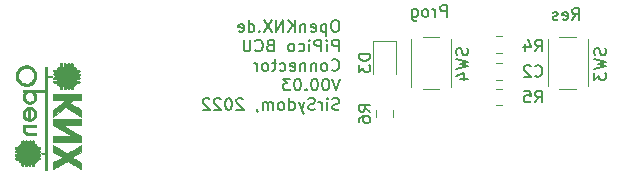
<source format=gbr>
G04 #@! TF.GenerationSoftware,KiCad,Pcbnew,(5.1.4)-1*
G04 #@! TF.CreationDate,2022-10-10T15:45:04+02:00*
G04 #@! TF.ProjectId,PiPico_BCU_Connector,50695069-636f-45f4-9243-555f436f6e6e,V00.03*
G04 #@! TF.SameCoordinates,Original*
G04 #@! TF.FileFunction,Legend,Bot*
G04 #@! TF.FilePolarity,Positive*
%FSLAX46Y46*%
G04 Gerber Fmt 4.6, Leading zero omitted, Abs format (unit mm)*
G04 Created by KiCad (PCBNEW (5.1.4)-1) date 2022-10-10 15:45:04*
%MOMM*%
%LPD*%
G04 APERTURE LIST*
%ADD10C,0.150000*%
%ADD11C,0.010000*%
%ADD12C,0.120000*%
G04 APERTURE END LIST*
D10*
X174860928Y-77559380D02*
X174670452Y-77559380D01*
X174575214Y-77607000D01*
X174479976Y-77702238D01*
X174432357Y-77892714D01*
X174432357Y-78226047D01*
X174479976Y-78416523D01*
X174575214Y-78511761D01*
X174670452Y-78559380D01*
X174860928Y-78559380D01*
X174956166Y-78511761D01*
X175051404Y-78416523D01*
X175099023Y-78226047D01*
X175099023Y-77892714D01*
X175051404Y-77702238D01*
X174956166Y-77607000D01*
X174860928Y-77559380D01*
X174003785Y-77892714D02*
X174003785Y-78892714D01*
X174003785Y-77940333D02*
X173908547Y-77892714D01*
X173718071Y-77892714D01*
X173622833Y-77940333D01*
X173575214Y-77987952D01*
X173527595Y-78083190D01*
X173527595Y-78368904D01*
X173575214Y-78464142D01*
X173622833Y-78511761D01*
X173718071Y-78559380D01*
X173908547Y-78559380D01*
X174003785Y-78511761D01*
X172718071Y-78511761D02*
X172813309Y-78559380D01*
X173003785Y-78559380D01*
X173099023Y-78511761D01*
X173146642Y-78416523D01*
X173146642Y-78035571D01*
X173099023Y-77940333D01*
X173003785Y-77892714D01*
X172813309Y-77892714D01*
X172718071Y-77940333D01*
X172670452Y-78035571D01*
X172670452Y-78130809D01*
X173146642Y-78226047D01*
X172241880Y-77892714D02*
X172241880Y-78559380D01*
X172241880Y-77987952D02*
X172194261Y-77940333D01*
X172099023Y-77892714D01*
X171956166Y-77892714D01*
X171860928Y-77940333D01*
X171813309Y-78035571D01*
X171813309Y-78559380D01*
X171337119Y-78559380D02*
X171337119Y-77559380D01*
X170765690Y-78559380D02*
X171194261Y-77987952D01*
X170765690Y-77559380D02*
X171337119Y-78130809D01*
X170337119Y-78559380D02*
X170337119Y-77559380D01*
X169765690Y-78559380D01*
X169765690Y-77559380D01*
X169384738Y-77559380D02*
X168718071Y-78559380D01*
X168718071Y-77559380D02*
X169384738Y-78559380D01*
X168337119Y-78464142D02*
X168289500Y-78511761D01*
X168337119Y-78559380D01*
X168384738Y-78511761D01*
X168337119Y-78464142D01*
X168337119Y-78559380D01*
X167432357Y-78559380D02*
X167432357Y-77559380D01*
X167432357Y-78511761D02*
X167527595Y-78559380D01*
X167718071Y-78559380D01*
X167813309Y-78511761D01*
X167860928Y-78464142D01*
X167908547Y-78368904D01*
X167908547Y-78083190D01*
X167860928Y-77987952D01*
X167813309Y-77940333D01*
X167718071Y-77892714D01*
X167527595Y-77892714D01*
X167432357Y-77940333D01*
X166575214Y-78511761D02*
X166670452Y-78559380D01*
X166860928Y-78559380D01*
X166956166Y-78511761D01*
X167003785Y-78416523D01*
X167003785Y-78035571D01*
X166956166Y-77940333D01*
X166860928Y-77892714D01*
X166670452Y-77892714D01*
X166575214Y-77940333D01*
X166527595Y-78035571D01*
X166527595Y-78130809D01*
X167003785Y-78226047D01*
X175051404Y-80209380D02*
X175051404Y-79209380D01*
X174670452Y-79209380D01*
X174575214Y-79257000D01*
X174527595Y-79304619D01*
X174479976Y-79399857D01*
X174479976Y-79542714D01*
X174527595Y-79637952D01*
X174575214Y-79685571D01*
X174670452Y-79733190D01*
X175051404Y-79733190D01*
X174051404Y-80209380D02*
X174051404Y-79542714D01*
X174051404Y-79209380D02*
X174099023Y-79257000D01*
X174051404Y-79304619D01*
X174003785Y-79257000D01*
X174051404Y-79209380D01*
X174051404Y-79304619D01*
X173575214Y-80209380D02*
X173575214Y-79209380D01*
X173194261Y-79209380D01*
X173099023Y-79257000D01*
X173051404Y-79304619D01*
X173003785Y-79399857D01*
X173003785Y-79542714D01*
X173051404Y-79637952D01*
X173099023Y-79685571D01*
X173194261Y-79733190D01*
X173575214Y-79733190D01*
X172575214Y-80209380D02*
X172575214Y-79542714D01*
X172575214Y-79209380D02*
X172622833Y-79257000D01*
X172575214Y-79304619D01*
X172527595Y-79257000D01*
X172575214Y-79209380D01*
X172575214Y-79304619D01*
X171670452Y-80161761D02*
X171765690Y-80209380D01*
X171956166Y-80209380D01*
X172051404Y-80161761D01*
X172099023Y-80114142D01*
X172146642Y-80018904D01*
X172146642Y-79733190D01*
X172099023Y-79637952D01*
X172051404Y-79590333D01*
X171956166Y-79542714D01*
X171765690Y-79542714D01*
X171670452Y-79590333D01*
X171099023Y-80209380D02*
X171194261Y-80161761D01*
X171241880Y-80114142D01*
X171289500Y-80018904D01*
X171289500Y-79733190D01*
X171241880Y-79637952D01*
X171194261Y-79590333D01*
X171099023Y-79542714D01*
X170956166Y-79542714D01*
X170860928Y-79590333D01*
X170813309Y-79637952D01*
X170765690Y-79733190D01*
X170765690Y-80018904D01*
X170813309Y-80114142D01*
X170860928Y-80161761D01*
X170956166Y-80209380D01*
X171099023Y-80209380D01*
X169241880Y-79685571D02*
X169099023Y-79733190D01*
X169051404Y-79780809D01*
X169003785Y-79876047D01*
X169003785Y-80018904D01*
X169051404Y-80114142D01*
X169099023Y-80161761D01*
X169194261Y-80209380D01*
X169575214Y-80209380D01*
X169575214Y-79209380D01*
X169241880Y-79209380D01*
X169146642Y-79257000D01*
X169099023Y-79304619D01*
X169051404Y-79399857D01*
X169051404Y-79495095D01*
X169099023Y-79590333D01*
X169146642Y-79637952D01*
X169241880Y-79685571D01*
X169575214Y-79685571D01*
X168003785Y-80114142D02*
X168051404Y-80161761D01*
X168194261Y-80209380D01*
X168289500Y-80209380D01*
X168432357Y-80161761D01*
X168527595Y-80066523D01*
X168575214Y-79971285D01*
X168622833Y-79780809D01*
X168622833Y-79637952D01*
X168575214Y-79447476D01*
X168527595Y-79352238D01*
X168432357Y-79257000D01*
X168289500Y-79209380D01*
X168194261Y-79209380D01*
X168051404Y-79257000D01*
X168003785Y-79304619D01*
X167575214Y-79209380D02*
X167575214Y-80018904D01*
X167527595Y-80114142D01*
X167479976Y-80161761D01*
X167384738Y-80209380D01*
X167194261Y-80209380D01*
X167099023Y-80161761D01*
X167051404Y-80114142D01*
X167003785Y-80018904D01*
X167003785Y-79209380D01*
X174479976Y-81764142D02*
X174527595Y-81811761D01*
X174670452Y-81859380D01*
X174765690Y-81859380D01*
X174908547Y-81811761D01*
X175003785Y-81716523D01*
X175051404Y-81621285D01*
X175099023Y-81430809D01*
X175099023Y-81287952D01*
X175051404Y-81097476D01*
X175003785Y-81002238D01*
X174908547Y-80907000D01*
X174765690Y-80859380D01*
X174670452Y-80859380D01*
X174527595Y-80907000D01*
X174479976Y-80954619D01*
X173908547Y-81859380D02*
X174003785Y-81811761D01*
X174051404Y-81764142D01*
X174099023Y-81668904D01*
X174099023Y-81383190D01*
X174051404Y-81287952D01*
X174003785Y-81240333D01*
X173908547Y-81192714D01*
X173765690Y-81192714D01*
X173670452Y-81240333D01*
X173622833Y-81287952D01*
X173575214Y-81383190D01*
X173575214Y-81668904D01*
X173622833Y-81764142D01*
X173670452Y-81811761D01*
X173765690Y-81859380D01*
X173908547Y-81859380D01*
X173146642Y-81192714D02*
X173146642Y-81859380D01*
X173146642Y-81287952D02*
X173099023Y-81240333D01*
X173003785Y-81192714D01*
X172860928Y-81192714D01*
X172765690Y-81240333D01*
X172718071Y-81335571D01*
X172718071Y-81859380D01*
X172241880Y-81192714D02*
X172241880Y-81859380D01*
X172241880Y-81287952D02*
X172194261Y-81240333D01*
X172099023Y-81192714D01*
X171956166Y-81192714D01*
X171860928Y-81240333D01*
X171813309Y-81335571D01*
X171813309Y-81859380D01*
X170956166Y-81811761D02*
X171051404Y-81859380D01*
X171241880Y-81859380D01*
X171337119Y-81811761D01*
X171384738Y-81716523D01*
X171384738Y-81335571D01*
X171337119Y-81240333D01*
X171241880Y-81192714D01*
X171051404Y-81192714D01*
X170956166Y-81240333D01*
X170908547Y-81335571D01*
X170908547Y-81430809D01*
X171384738Y-81526047D01*
X170051404Y-81811761D02*
X170146642Y-81859380D01*
X170337119Y-81859380D01*
X170432357Y-81811761D01*
X170479976Y-81764142D01*
X170527595Y-81668904D01*
X170527595Y-81383190D01*
X170479976Y-81287952D01*
X170432357Y-81240333D01*
X170337119Y-81192714D01*
X170146642Y-81192714D01*
X170051404Y-81240333D01*
X169765690Y-81192714D02*
X169384738Y-81192714D01*
X169622833Y-80859380D02*
X169622833Y-81716523D01*
X169575214Y-81811761D01*
X169479976Y-81859380D01*
X169384738Y-81859380D01*
X168908547Y-81859380D02*
X169003785Y-81811761D01*
X169051404Y-81764142D01*
X169099023Y-81668904D01*
X169099023Y-81383190D01*
X169051404Y-81287952D01*
X169003785Y-81240333D01*
X168908547Y-81192714D01*
X168765690Y-81192714D01*
X168670452Y-81240333D01*
X168622833Y-81287952D01*
X168575214Y-81383190D01*
X168575214Y-81668904D01*
X168622833Y-81764142D01*
X168670452Y-81811761D01*
X168765690Y-81859380D01*
X168908547Y-81859380D01*
X168146642Y-81859380D02*
X168146642Y-81192714D01*
X168146642Y-81383190D02*
X168099023Y-81287952D01*
X168051404Y-81240333D01*
X167956166Y-81192714D01*
X167860928Y-81192714D01*
X175194261Y-82509380D02*
X174860928Y-83509380D01*
X174527595Y-82509380D01*
X174003785Y-82509380D02*
X173908547Y-82509380D01*
X173813309Y-82557000D01*
X173765690Y-82604619D01*
X173718071Y-82699857D01*
X173670452Y-82890333D01*
X173670452Y-83128428D01*
X173718071Y-83318904D01*
X173765690Y-83414142D01*
X173813309Y-83461761D01*
X173908547Y-83509380D01*
X174003785Y-83509380D01*
X174099023Y-83461761D01*
X174146642Y-83414142D01*
X174194261Y-83318904D01*
X174241880Y-83128428D01*
X174241880Y-82890333D01*
X174194261Y-82699857D01*
X174146642Y-82604619D01*
X174099023Y-82557000D01*
X174003785Y-82509380D01*
X173051404Y-82509380D02*
X172956166Y-82509380D01*
X172860928Y-82557000D01*
X172813309Y-82604619D01*
X172765690Y-82699857D01*
X172718071Y-82890333D01*
X172718071Y-83128428D01*
X172765690Y-83318904D01*
X172813309Y-83414142D01*
X172860928Y-83461761D01*
X172956166Y-83509380D01*
X173051404Y-83509380D01*
X173146642Y-83461761D01*
X173194261Y-83414142D01*
X173241880Y-83318904D01*
X173289500Y-83128428D01*
X173289500Y-82890333D01*
X173241880Y-82699857D01*
X173194261Y-82604619D01*
X173146642Y-82557000D01*
X173051404Y-82509380D01*
X172289500Y-83414142D02*
X172241880Y-83461761D01*
X172289500Y-83509380D01*
X172337119Y-83461761D01*
X172289500Y-83414142D01*
X172289500Y-83509380D01*
X171622833Y-82509380D02*
X171527595Y-82509380D01*
X171432357Y-82557000D01*
X171384738Y-82604619D01*
X171337119Y-82699857D01*
X171289500Y-82890333D01*
X171289500Y-83128428D01*
X171337119Y-83318904D01*
X171384738Y-83414142D01*
X171432357Y-83461761D01*
X171527595Y-83509380D01*
X171622833Y-83509380D01*
X171718071Y-83461761D01*
X171765690Y-83414142D01*
X171813309Y-83318904D01*
X171860928Y-83128428D01*
X171860928Y-82890333D01*
X171813309Y-82699857D01*
X171765690Y-82604619D01*
X171718071Y-82557000D01*
X171622833Y-82509380D01*
X170956166Y-82509380D02*
X170337119Y-82509380D01*
X170670452Y-82890333D01*
X170527595Y-82890333D01*
X170432357Y-82937952D01*
X170384738Y-82985571D01*
X170337119Y-83080809D01*
X170337119Y-83318904D01*
X170384738Y-83414142D01*
X170432357Y-83461761D01*
X170527595Y-83509380D01*
X170813309Y-83509380D01*
X170908547Y-83461761D01*
X170956166Y-83414142D01*
X175099023Y-85111761D02*
X174956166Y-85159380D01*
X174718071Y-85159380D01*
X174622833Y-85111761D01*
X174575214Y-85064142D01*
X174527595Y-84968904D01*
X174527595Y-84873666D01*
X174575214Y-84778428D01*
X174622833Y-84730809D01*
X174718071Y-84683190D01*
X174908547Y-84635571D01*
X175003785Y-84587952D01*
X175051404Y-84540333D01*
X175099023Y-84445095D01*
X175099023Y-84349857D01*
X175051404Y-84254619D01*
X175003785Y-84207000D01*
X174908547Y-84159380D01*
X174670452Y-84159380D01*
X174527595Y-84207000D01*
X174099023Y-85159380D02*
X174099023Y-84492714D01*
X174099023Y-84159380D02*
X174146642Y-84207000D01*
X174099023Y-84254619D01*
X174051404Y-84207000D01*
X174099023Y-84159380D01*
X174099023Y-84254619D01*
X173622833Y-85159380D02*
X173622833Y-84492714D01*
X173622833Y-84683190D02*
X173575214Y-84587952D01*
X173527595Y-84540333D01*
X173432357Y-84492714D01*
X173337119Y-84492714D01*
X173051404Y-85111761D02*
X172908547Y-85159380D01*
X172670452Y-85159380D01*
X172575214Y-85111761D01*
X172527595Y-85064142D01*
X172479976Y-84968904D01*
X172479976Y-84873666D01*
X172527595Y-84778428D01*
X172575214Y-84730809D01*
X172670452Y-84683190D01*
X172860928Y-84635571D01*
X172956166Y-84587952D01*
X173003785Y-84540333D01*
X173051404Y-84445095D01*
X173051404Y-84349857D01*
X173003785Y-84254619D01*
X172956166Y-84207000D01*
X172860928Y-84159380D01*
X172622833Y-84159380D01*
X172479976Y-84207000D01*
X172146642Y-84492714D02*
X171908547Y-85159380D01*
X171670452Y-84492714D02*
X171908547Y-85159380D01*
X172003785Y-85397476D01*
X172051404Y-85445095D01*
X172146642Y-85492714D01*
X170860928Y-85159380D02*
X170860928Y-84159380D01*
X170860928Y-85111761D02*
X170956166Y-85159380D01*
X171146642Y-85159380D01*
X171241880Y-85111761D01*
X171289500Y-85064142D01*
X171337119Y-84968904D01*
X171337119Y-84683190D01*
X171289500Y-84587952D01*
X171241880Y-84540333D01*
X171146642Y-84492714D01*
X170956166Y-84492714D01*
X170860928Y-84540333D01*
X170241880Y-85159380D02*
X170337119Y-85111761D01*
X170384738Y-85064142D01*
X170432357Y-84968904D01*
X170432357Y-84683190D01*
X170384738Y-84587952D01*
X170337119Y-84540333D01*
X170241880Y-84492714D01*
X170099023Y-84492714D01*
X170003785Y-84540333D01*
X169956166Y-84587952D01*
X169908547Y-84683190D01*
X169908547Y-84968904D01*
X169956166Y-85064142D01*
X170003785Y-85111761D01*
X170099023Y-85159380D01*
X170241880Y-85159380D01*
X169479976Y-85159380D02*
X169479976Y-84492714D01*
X169479976Y-84587952D02*
X169432357Y-84540333D01*
X169337119Y-84492714D01*
X169194261Y-84492714D01*
X169099023Y-84540333D01*
X169051404Y-84635571D01*
X169051404Y-85159380D01*
X169051404Y-84635571D02*
X169003785Y-84540333D01*
X168908547Y-84492714D01*
X168765690Y-84492714D01*
X168670452Y-84540333D01*
X168622833Y-84635571D01*
X168622833Y-85159380D01*
X168099023Y-85111761D02*
X168099023Y-85159380D01*
X168146642Y-85254619D01*
X168194261Y-85302238D01*
X166956166Y-84254619D02*
X166908547Y-84207000D01*
X166813309Y-84159380D01*
X166575214Y-84159380D01*
X166479976Y-84207000D01*
X166432357Y-84254619D01*
X166384738Y-84349857D01*
X166384738Y-84445095D01*
X166432357Y-84587952D01*
X167003785Y-85159380D01*
X166384738Y-85159380D01*
X165765690Y-84159380D02*
X165670452Y-84159380D01*
X165575214Y-84207000D01*
X165527595Y-84254619D01*
X165479976Y-84349857D01*
X165432357Y-84540333D01*
X165432357Y-84778428D01*
X165479976Y-84968904D01*
X165527595Y-85064142D01*
X165575214Y-85111761D01*
X165670452Y-85159380D01*
X165765690Y-85159380D01*
X165860928Y-85111761D01*
X165908547Y-85064142D01*
X165956166Y-84968904D01*
X166003785Y-84778428D01*
X166003785Y-84540333D01*
X165956166Y-84349857D01*
X165908547Y-84254619D01*
X165860928Y-84207000D01*
X165765690Y-84159380D01*
X165051404Y-84254619D02*
X165003785Y-84207000D01*
X164908547Y-84159380D01*
X164670452Y-84159380D01*
X164575214Y-84207000D01*
X164527595Y-84254619D01*
X164479976Y-84349857D01*
X164479976Y-84445095D01*
X164527595Y-84587952D01*
X165099023Y-85159380D01*
X164479976Y-85159380D01*
X164099023Y-84254619D02*
X164051404Y-84207000D01*
X163956166Y-84159380D01*
X163718071Y-84159380D01*
X163622833Y-84207000D01*
X163575214Y-84254619D01*
X163527595Y-84349857D01*
X163527595Y-84445095D01*
X163575214Y-84587952D01*
X164146642Y-85159380D01*
X163527595Y-85159380D01*
D11*
G36*
X148298360Y-86881976D02*
G01*
X148327569Y-87008927D01*
X148392416Y-87113134D01*
X148493174Y-87194992D01*
X148529235Y-87214649D01*
X148569797Y-87234079D01*
X148606945Y-87248352D01*
X148647972Y-87258261D01*
X148700174Y-87264601D01*
X148770842Y-87268167D01*
X148867272Y-87269754D01*
X148996757Y-87270158D01*
X149038656Y-87270167D01*
X149436667Y-87270167D01*
X149436667Y-87100834D01*
X149082125Y-87100715D01*
X148922778Y-87099391D01*
X148799537Y-87094822D01*
X148706231Y-87085938D01*
X148636690Y-87071664D01*
X148584743Y-87050931D01*
X148544217Y-87022664D01*
X148524928Y-87003910D01*
X148487579Y-86938071D01*
X148471279Y-86853235D01*
X148476485Y-86766043D01*
X148503656Y-86693132D01*
X148515917Y-86676801D01*
X148552577Y-86641197D01*
X148594669Y-86614502D01*
X148648603Y-86595488D01*
X148720793Y-86582930D01*
X148817649Y-86575600D01*
X148945585Y-86572273D01*
X149065570Y-86571667D01*
X149436667Y-86571667D01*
X149436667Y-86402334D01*
X148314834Y-86402334D01*
X148314834Y-86487000D01*
X148319622Y-86544828D01*
X148336137Y-86569337D01*
X148348347Y-86571667D01*
X148373180Y-86579500D01*
X148373690Y-86587542D01*
X148327422Y-86686741D01*
X148302948Y-86767268D01*
X148296426Y-86844140D01*
X148298360Y-86881976D01*
X148298360Y-86881976D01*
G37*
X148298360Y-86881976D02*
X148327569Y-87008927D01*
X148392416Y-87113134D01*
X148493174Y-87194992D01*
X148529235Y-87214649D01*
X148569797Y-87234079D01*
X148606945Y-87248352D01*
X148647972Y-87258261D01*
X148700174Y-87264601D01*
X148770842Y-87268167D01*
X148867272Y-87269754D01*
X148996757Y-87270158D01*
X149038656Y-87270167D01*
X149436667Y-87270167D01*
X149436667Y-87100834D01*
X149082125Y-87100715D01*
X148922778Y-87099391D01*
X148799537Y-87094822D01*
X148706231Y-87085938D01*
X148636690Y-87071664D01*
X148584743Y-87050931D01*
X148544217Y-87022664D01*
X148524928Y-87003910D01*
X148487579Y-86938071D01*
X148471279Y-86853235D01*
X148476485Y-86766043D01*
X148503656Y-86693132D01*
X148515917Y-86676801D01*
X148552577Y-86641197D01*
X148594669Y-86614502D01*
X148648603Y-86595488D01*
X148720793Y-86582930D01*
X148817649Y-86575600D01*
X148945585Y-86572273D01*
X149065570Y-86571667D01*
X149436667Y-86571667D01*
X149436667Y-86402334D01*
X148314834Y-86402334D01*
X148314834Y-86487000D01*
X148319622Y-86544828D01*
X148336137Y-86569337D01*
X148348347Y-86571667D01*
X148373180Y-86579500D01*
X148373690Y-86587542D01*
X148327422Y-86686741D01*
X148302948Y-86767268D01*
X148296426Y-86844140D01*
X148298360Y-86881976D01*
G36*
X148314923Y-85652293D02*
G01*
X148367064Y-85778889D01*
X148444999Y-85890193D01*
X148545251Y-85979954D01*
X148664346Y-86041923D01*
X148798808Y-86069848D01*
X148807815Y-86070328D01*
X148896917Y-86074250D01*
X148902605Y-85579559D01*
X148908293Y-85084867D01*
X148976603Y-85098529D01*
X149054081Y-85129618D01*
X149135219Y-85186783D01*
X149204788Y-85258218D01*
X149230223Y-85295166D01*
X149256632Y-85357031D01*
X149276889Y-85433441D01*
X149280420Y-85454736D01*
X149277186Y-85557053D01*
X149245373Y-85662351D01*
X149191341Y-85756534D01*
X149121451Y-85825506D01*
X149109740Y-85832956D01*
X149061707Y-85866097D01*
X149040042Y-85901592D01*
X149034557Y-85957917D01*
X149034500Y-85969407D01*
X149034500Y-86061465D01*
X149103292Y-86037485D01*
X149176655Y-85996864D01*
X149256466Y-85929097D01*
X149331986Y-85845725D01*
X149392477Y-85758291D01*
X149422352Y-85694592D01*
X149452040Y-85557726D01*
X149451456Y-85420534D01*
X149428611Y-85320342D01*
X149356551Y-85171605D01*
X149259311Y-85056592D01*
X149138079Y-84976153D01*
X148994039Y-84931136D01*
X148871138Y-84921132D01*
X148738167Y-84937367D01*
X148738167Y-85110080D01*
X148738167Y-85491623D01*
X148737219Y-85613423D01*
X148734585Y-85719142D01*
X148730582Y-85802106D01*
X148725523Y-85855640D01*
X148720130Y-85873167D01*
X148676362Y-85857093D01*
X148620834Y-85815661D01*
X148564780Y-85759060D01*
X148519435Y-85697475D01*
X148512202Y-85684629D01*
X148472318Y-85567105D01*
X148469964Y-85446196D01*
X148502436Y-85330676D01*
X148567029Y-85229316D01*
X148661041Y-85150889D01*
X148679959Y-85140362D01*
X148738167Y-85110080D01*
X148738167Y-84937367D01*
X148711885Y-84940577D01*
X148572631Y-84996897D01*
X148455624Y-85088707D01*
X148363118Y-85214619D01*
X148348007Y-85243266D01*
X148301919Y-85378231D01*
X148292049Y-85516657D01*
X148314923Y-85652293D01*
X148314923Y-85652293D01*
G37*
X148314923Y-85652293D02*
X148367064Y-85778889D01*
X148444999Y-85890193D01*
X148545251Y-85979954D01*
X148664346Y-86041923D01*
X148798808Y-86069848D01*
X148807815Y-86070328D01*
X148896917Y-86074250D01*
X148902605Y-85579559D01*
X148908293Y-85084867D01*
X148976603Y-85098529D01*
X149054081Y-85129618D01*
X149135219Y-85186783D01*
X149204788Y-85258218D01*
X149230223Y-85295166D01*
X149256632Y-85357031D01*
X149276889Y-85433441D01*
X149280420Y-85454736D01*
X149277186Y-85557053D01*
X149245373Y-85662351D01*
X149191341Y-85756534D01*
X149121451Y-85825506D01*
X149109740Y-85832956D01*
X149061707Y-85866097D01*
X149040042Y-85901592D01*
X149034557Y-85957917D01*
X149034500Y-85969407D01*
X149034500Y-86061465D01*
X149103292Y-86037485D01*
X149176655Y-85996864D01*
X149256466Y-85929097D01*
X149331986Y-85845725D01*
X149392477Y-85758291D01*
X149422352Y-85694592D01*
X149452040Y-85557726D01*
X149451456Y-85420534D01*
X149428611Y-85320342D01*
X149356551Y-85171605D01*
X149259311Y-85056592D01*
X149138079Y-84976153D01*
X148994039Y-84931136D01*
X148871138Y-84921132D01*
X148738167Y-84937367D01*
X148738167Y-85110080D01*
X148738167Y-85491623D01*
X148737219Y-85613423D01*
X148734585Y-85719142D01*
X148730582Y-85802106D01*
X148725523Y-85855640D01*
X148720130Y-85873167D01*
X148676362Y-85857093D01*
X148620834Y-85815661D01*
X148564780Y-85759060D01*
X148519435Y-85697475D01*
X148512202Y-85684629D01*
X148472318Y-85567105D01*
X148469964Y-85446196D01*
X148502436Y-85330676D01*
X148567029Y-85229316D01*
X148661041Y-85150889D01*
X148679959Y-85140362D01*
X148738167Y-85110080D01*
X148738167Y-84937367D01*
X148711885Y-84940577D01*
X148572631Y-84996897D01*
X148455624Y-85088707D01*
X148363118Y-85214619D01*
X148348007Y-85243266D01*
X148301919Y-85378231D01*
X148292049Y-85516657D01*
X148314923Y-85652293D01*
G36*
X147732817Y-82377140D02*
G01*
X147767057Y-82533932D01*
X147831487Y-82682875D01*
X147926840Y-82819266D01*
X148053850Y-82938403D01*
X148203993Y-83031069D01*
X148278482Y-83066856D01*
X148336649Y-83089957D01*
X148391895Y-83103142D01*
X148457615Y-83109183D01*
X148547210Y-83110852D01*
X148590000Y-83110917D01*
X148692091Y-83110178D01*
X148765250Y-83106112D01*
X148822875Y-83095950D01*
X148878365Y-83076918D01*
X148945118Y-83046245D01*
X148976007Y-83031069D01*
X149135180Y-82930028D01*
X149265335Y-82801284D01*
X149363993Y-82650114D01*
X149428678Y-82481796D01*
X149456910Y-82301608D01*
X149446211Y-82114828D01*
X149434290Y-82055076D01*
X149374862Y-81889782D01*
X149281554Y-81741654D01*
X149160299Y-81614644D01*
X149017031Y-81512704D01*
X148857683Y-81439787D01*
X148688189Y-81399845D01*
X148539947Y-81397274D01*
X148539947Y-81576888D01*
X148695643Y-81583489D01*
X148830445Y-81619373D01*
X148970359Y-81692704D01*
X149090485Y-81797010D01*
X149184600Y-81924583D01*
X149246476Y-82067715D01*
X149265584Y-82158205D01*
X149270144Y-82273271D01*
X149258386Y-82394537D01*
X149232777Y-82503907D01*
X149211123Y-82557615D01*
X149120562Y-82693680D01*
X149003655Y-82803772D01*
X148867267Y-82884731D01*
X148718266Y-82933400D01*
X148563518Y-82946619D01*
X148416456Y-82923180D01*
X148269036Y-82861634D01*
X148138418Y-82770788D01*
X148031794Y-82657526D01*
X147956354Y-82528731D01*
X147932339Y-82459782D01*
X147907265Y-82294945D01*
X147919412Y-82137852D01*
X147964603Y-81992413D01*
X148038657Y-81862538D01*
X148137398Y-81752138D01*
X148256645Y-81665123D01*
X148392221Y-81605403D01*
X148539947Y-81576888D01*
X148539947Y-81397274D01*
X148514483Y-81396832D01*
X148457708Y-81404534D01*
X148276836Y-81454830D01*
X148120286Y-81534896D01*
X147988791Y-81640031D01*
X147883084Y-81765531D01*
X147803900Y-81906695D01*
X147751972Y-82058819D01*
X147728033Y-82217202D01*
X147732817Y-82377140D01*
X147732817Y-82377140D01*
G37*
X147732817Y-82377140D02*
X147767057Y-82533932D01*
X147831487Y-82682875D01*
X147926840Y-82819266D01*
X148053850Y-82938403D01*
X148203993Y-83031069D01*
X148278482Y-83066856D01*
X148336649Y-83089957D01*
X148391895Y-83103142D01*
X148457615Y-83109183D01*
X148547210Y-83110852D01*
X148590000Y-83110917D01*
X148692091Y-83110178D01*
X148765250Y-83106112D01*
X148822875Y-83095950D01*
X148878365Y-83076918D01*
X148945118Y-83046245D01*
X148976007Y-83031069D01*
X149135180Y-82930028D01*
X149265335Y-82801284D01*
X149363993Y-82650114D01*
X149428678Y-82481796D01*
X149456910Y-82301608D01*
X149446211Y-82114828D01*
X149434290Y-82055076D01*
X149374862Y-81889782D01*
X149281554Y-81741654D01*
X149160299Y-81614644D01*
X149017031Y-81512704D01*
X148857683Y-81439787D01*
X148688189Y-81399845D01*
X148539947Y-81397274D01*
X148539947Y-81576888D01*
X148695643Y-81583489D01*
X148830445Y-81619373D01*
X148970359Y-81692704D01*
X149090485Y-81797010D01*
X149184600Y-81924583D01*
X149246476Y-82067715D01*
X149265584Y-82158205D01*
X149270144Y-82273271D01*
X149258386Y-82394537D01*
X149232777Y-82503907D01*
X149211123Y-82557615D01*
X149120562Y-82693680D01*
X149003655Y-82803772D01*
X148867267Y-82884731D01*
X148718266Y-82933400D01*
X148563518Y-82946619D01*
X148416456Y-82923180D01*
X148269036Y-82861634D01*
X148138418Y-82770788D01*
X148031794Y-82657526D01*
X147956354Y-82528731D01*
X147932339Y-82459782D01*
X147907265Y-82294945D01*
X147919412Y-82137852D01*
X147964603Y-81992413D01*
X148038657Y-81862538D01*
X148137398Y-81752138D01*
X148256645Y-81665123D01*
X148392221Y-81605403D01*
X148539947Y-81576888D01*
X148539947Y-81397274D01*
X148514483Y-81396832D01*
X148457708Y-81404534D01*
X148276836Y-81454830D01*
X148120286Y-81534896D01*
X147988791Y-81640031D01*
X147883084Y-81765531D01*
X147803900Y-81906695D01*
X147751972Y-82058819D01*
X147728033Y-82217202D01*
X147732817Y-82377140D01*
G36*
X147643146Y-89315396D02*
G01*
X147665827Y-89347892D01*
X147714158Y-89362560D01*
X147785286Y-89365667D01*
X147854132Y-89366774D01*
X147891976Y-89373871D01*
X147910146Y-89392617D01*
X147919972Y-89428672D01*
X147920930Y-89433441D01*
X147958414Y-89521096D01*
X148026703Y-89583597D01*
X148107232Y-89612189D01*
X148187834Y-89625077D01*
X148187834Y-89734555D01*
X148195034Y-89820632D01*
X148218722Y-89871801D01*
X148262025Y-89893327D01*
X148283084Y-89894834D01*
X148333835Y-89882966D01*
X148364166Y-89843761D01*
X148377233Y-89771816D01*
X148378334Y-89731850D01*
X148379831Y-89666702D01*
X148387639Y-89633326D01*
X148406728Y-89621182D01*
X148431250Y-89619667D01*
X148463730Y-89623539D01*
X148479233Y-89642671D01*
X148483931Y-89688334D01*
X148484167Y-89716308D01*
X148493334Y-89812721D01*
X148521147Y-89871816D01*
X148568079Y-89894509D01*
X148575928Y-89894834D01*
X148628211Y-89883690D01*
X148659477Y-89846390D01*
X148673242Y-89777127D01*
X148674667Y-89731850D01*
X148676165Y-89666702D01*
X148683972Y-89633326D01*
X148703061Y-89621182D01*
X148727584Y-89619667D01*
X148758314Y-89622842D01*
X148774057Y-89639394D01*
X148779786Y-89679863D01*
X148780500Y-89731850D01*
X148787436Y-89818692D01*
X148810348Y-89870591D01*
X148852393Y-89892950D01*
X148875750Y-89894834D01*
X148926502Y-89882966D01*
X148956832Y-89843761D01*
X148969899Y-89771816D01*
X148971000Y-89731850D01*
X148972595Y-89666619D01*
X148980517Y-89633195D01*
X148999470Y-89621084D01*
X149021296Y-89619667D01*
X149050365Y-89623672D01*
X149066998Y-89642454D01*
X149076350Y-89686166D01*
X149081407Y-89738032D01*
X149094051Y-89820907D01*
X149118704Y-89869456D01*
X149160959Y-89891198D01*
X149197797Y-89894509D01*
X149247124Y-89876355D01*
X149277286Y-89820891D01*
X149288426Y-89727835D01*
X149288500Y-89717735D01*
X149291906Y-89656361D01*
X149305860Y-89624126D01*
X149335966Y-89608125D01*
X149336125Y-89608077D01*
X149414150Y-89564426D01*
X149471086Y-89493842D01*
X149491615Y-89436365D01*
X149500931Y-89396440D01*
X149517200Y-89375363D01*
X149551808Y-89367113D01*
X149616141Y-89365669D01*
X149625289Y-89365667D01*
X149715931Y-89358990D01*
X149770819Y-89337371D01*
X149794629Y-89298422D01*
X149796500Y-89278279D01*
X149778115Y-89223065D01*
X149722949Y-89188767D01*
X149630985Y-89175374D01*
X149615072Y-89175167D01*
X149548939Y-89173751D01*
X149514700Y-89166302D01*
X149501929Y-89148021D01*
X149500167Y-89122250D01*
X149502981Y-89092544D01*
X149518160Y-89076726D01*
X149555805Y-89070441D01*
X149622934Y-89069334D01*
X149714197Y-89062860D01*
X149769706Y-89041830D01*
X149794262Y-89003824D01*
X149796500Y-88981945D01*
X149778115Y-88926732D01*
X149722949Y-88892434D01*
X149630985Y-88879041D01*
X149615072Y-88878834D01*
X149548939Y-88877417D01*
X149514700Y-88869969D01*
X149501929Y-88851687D01*
X149500167Y-88825917D01*
X149502843Y-88796629D01*
X149517487Y-88780794D01*
X149554023Y-88774292D01*
X149622373Y-88773002D01*
X149627621Y-88773000D01*
X149699744Y-88771314D01*
X149741647Y-88763372D01*
X149765399Y-88744852D01*
X149779934Y-88718440D01*
X149795135Y-88661538D01*
X149778076Y-88622384D01*
X149725838Y-88598410D01*
X149635502Y-88587049D01*
X149630258Y-88586782D01*
X149558723Y-88582088D01*
X149519722Y-88573910D01*
X149503467Y-88557866D01*
X149500168Y-88529577D01*
X149500167Y-88528573D01*
X149503446Y-88498512D01*
X149520272Y-88483053D01*
X149561130Y-88477385D01*
X149613303Y-88476667D01*
X149693789Y-88471198D01*
X149744131Y-88452876D01*
X149761470Y-88437958D01*
X149793272Y-88381919D01*
X149783167Y-88331111D01*
X149749457Y-88297950D01*
X149698704Y-88277341D01*
X149628646Y-88265886D01*
X149604641Y-88265000D01*
X149544326Y-88262905D01*
X149511967Y-88250181D01*
X149493196Y-88217167D01*
X149482201Y-88182670D01*
X149445889Y-88110613D01*
X149391245Y-88056967D01*
X149329931Y-88032619D01*
X149320995Y-88032167D01*
X149300694Y-88021543D01*
X149290733Y-87984157D01*
X149288500Y-87926334D01*
X149277704Y-87843873D01*
X149248917Y-87778978D01*
X149207542Y-87741374D01*
X149182667Y-87735834D01*
X149136708Y-87755284D01*
X149100706Y-87807296D01*
X149079904Y-87882363D01*
X149076834Y-87927806D01*
X149075213Y-87990876D01*
X149067208Y-88021607D01*
X149048099Y-88029956D01*
X149029209Y-88028347D01*
X149001805Y-88019658D01*
X148986352Y-87996442D01*
X148978400Y-87948126D01*
X148975241Y-87900057D01*
X148968048Y-87825187D01*
X148953734Y-87781240D01*
X148928466Y-87756931D01*
X148926197Y-87755678D01*
X148882351Y-87744768D01*
X148833956Y-87765294D01*
X148831997Y-87766567D01*
X148801591Y-87792594D01*
X148786087Y-87828183D01*
X148780803Y-87887078D01*
X148780500Y-87917710D01*
X148779159Y-87984508D01*
X148772371Y-88018621D01*
X148755992Y-88029677D01*
X148732875Y-88028347D01*
X148705472Y-88019658D01*
X148690019Y-87996442D01*
X148682067Y-87948126D01*
X148678908Y-87900057D01*
X148671714Y-87825187D01*
X148657400Y-87781240D01*
X148632133Y-87756931D01*
X148629863Y-87755678D01*
X148586018Y-87744768D01*
X148537622Y-87765294D01*
X148535664Y-87766567D01*
X148505076Y-87792844D01*
X148489585Y-87828860D01*
X148484420Y-87888492D01*
X148484167Y-87916238D01*
X148482780Y-87982738D01*
X148475460Y-88017301D01*
X148457468Y-88030307D01*
X148431250Y-88032167D01*
X148400398Y-88028930D01*
X148384616Y-88012163D01*
X148378831Y-87971279D01*
X148378009Y-87921042D01*
X148369845Y-87826247D01*
X148344806Y-87768951D01*
X148301074Y-87747088D01*
X148236830Y-87758593D01*
X148235459Y-87759099D01*
X148208692Y-87773911D01*
X148194317Y-87800462D01*
X148188630Y-87850061D01*
X148187834Y-87904485D01*
X148187834Y-88032167D01*
X148116841Y-88032167D01*
X148039218Y-88051525D01*
X147972012Y-88102463D01*
X147927701Y-88174279D01*
X147920203Y-88200862D01*
X147909330Y-88239537D01*
X147888674Y-88258396D01*
X147845611Y-88264509D01*
X147805700Y-88265000D01*
X147715453Y-88276344D01*
X147659940Y-88310924D01*
X147637981Y-88369560D01*
X147637500Y-88382184D01*
X147654207Y-88432712D01*
X147705532Y-88463764D01*
X147793285Y-88476298D01*
X147816025Y-88476667D01*
X147876079Y-88479354D01*
X147904696Y-88490549D01*
X147912601Y-88514949D01*
X147912667Y-88519000D01*
X147907010Y-88544535D01*
X147883071Y-88557182D01*
X147830392Y-88561184D01*
X147808345Y-88561334D01*
X147717331Y-88572218D01*
X147661187Y-88605632D01*
X147638254Y-88662714D01*
X147637500Y-88678517D01*
X147654207Y-88729045D01*
X147705532Y-88760098D01*
X147793285Y-88772631D01*
X147816025Y-88773000D01*
X147875343Y-88775120D01*
X147903656Y-88785596D01*
X147912235Y-88810599D01*
X147912667Y-88825917D01*
X147909492Y-88856647D01*
X147892940Y-88872391D01*
X147852471Y-88878119D01*
X147800484Y-88878834D01*
X147713642Y-88885769D01*
X147661743Y-88908681D01*
X147639384Y-88950727D01*
X147637500Y-88974084D01*
X147649368Y-89024835D01*
X147688573Y-89055166D01*
X147760518Y-89068233D01*
X147800484Y-89069334D01*
X147865632Y-89070831D01*
X147899008Y-89078639D01*
X147911152Y-89097728D01*
X147912667Y-89122250D01*
X147908794Y-89154730D01*
X147889663Y-89170233D01*
X147844000Y-89174931D01*
X147816025Y-89175167D01*
X147720746Y-89184239D01*
X147660623Y-89210824D01*
X147637674Y-89253977D01*
X147637500Y-89258847D01*
X147643146Y-89315396D01*
X147643146Y-89315396D01*
G37*
X147643146Y-89315396D02*
X147665827Y-89347892D01*
X147714158Y-89362560D01*
X147785286Y-89365667D01*
X147854132Y-89366774D01*
X147891976Y-89373871D01*
X147910146Y-89392617D01*
X147919972Y-89428672D01*
X147920930Y-89433441D01*
X147958414Y-89521096D01*
X148026703Y-89583597D01*
X148107232Y-89612189D01*
X148187834Y-89625077D01*
X148187834Y-89734555D01*
X148195034Y-89820632D01*
X148218722Y-89871801D01*
X148262025Y-89893327D01*
X148283084Y-89894834D01*
X148333835Y-89882966D01*
X148364166Y-89843761D01*
X148377233Y-89771816D01*
X148378334Y-89731850D01*
X148379831Y-89666702D01*
X148387639Y-89633326D01*
X148406728Y-89621182D01*
X148431250Y-89619667D01*
X148463730Y-89623539D01*
X148479233Y-89642671D01*
X148483931Y-89688334D01*
X148484167Y-89716308D01*
X148493334Y-89812721D01*
X148521147Y-89871816D01*
X148568079Y-89894509D01*
X148575928Y-89894834D01*
X148628211Y-89883690D01*
X148659477Y-89846390D01*
X148673242Y-89777127D01*
X148674667Y-89731850D01*
X148676165Y-89666702D01*
X148683972Y-89633326D01*
X148703061Y-89621182D01*
X148727584Y-89619667D01*
X148758314Y-89622842D01*
X148774057Y-89639394D01*
X148779786Y-89679863D01*
X148780500Y-89731850D01*
X148787436Y-89818692D01*
X148810348Y-89870591D01*
X148852393Y-89892950D01*
X148875750Y-89894834D01*
X148926502Y-89882966D01*
X148956832Y-89843761D01*
X148969899Y-89771816D01*
X148971000Y-89731850D01*
X148972595Y-89666619D01*
X148980517Y-89633195D01*
X148999470Y-89621084D01*
X149021296Y-89619667D01*
X149050365Y-89623672D01*
X149066998Y-89642454D01*
X149076350Y-89686166D01*
X149081407Y-89738032D01*
X149094051Y-89820907D01*
X149118704Y-89869456D01*
X149160959Y-89891198D01*
X149197797Y-89894509D01*
X149247124Y-89876355D01*
X149277286Y-89820891D01*
X149288426Y-89727835D01*
X149288500Y-89717735D01*
X149291906Y-89656361D01*
X149305860Y-89624126D01*
X149335966Y-89608125D01*
X149336125Y-89608077D01*
X149414150Y-89564426D01*
X149471086Y-89493842D01*
X149491615Y-89436365D01*
X149500931Y-89396440D01*
X149517200Y-89375363D01*
X149551808Y-89367113D01*
X149616141Y-89365669D01*
X149625289Y-89365667D01*
X149715931Y-89358990D01*
X149770819Y-89337371D01*
X149794629Y-89298422D01*
X149796500Y-89278279D01*
X149778115Y-89223065D01*
X149722949Y-89188767D01*
X149630985Y-89175374D01*
X149615072Y-89175167D01*
X149548939Y-89173751D01*
X149514700Y-89166302D01*
X149501929Y-89148021D01*
X149500167Y-89122250D01*
X149502981Y-89092544D01*
X149518160Y-89076726D01*
X149555805Y-89070441D01*
X149622934Y-89069334D01*
X149714197Y-89062860D01*
X149769706Y-89041830D01*
X149794262Y-89003824D01*
X149796500Y-88981945D01*
X149778115Y-88926732D01*
X149722949Y-88892434D01*
X149630985Y-88879041D01*
X149615072Y-88878834D01*
X149548939Y-88877417D01*
X149514700Y-88869969D01*
X149501929Y-88851687D01*
X149500167Y-88825917D01*
X149502843Y-88796629D01*
X149517487Y-88780794D01*
X149554023Y-88774292D01*
X149622373Y-88773002D01*
X149627621Y-88773000D01*
X149699744Y-88771314D01*
X149741647Y-88763372D01*
X149765399Y-88744852D01*
X149779934Y-88718440D01*
X149795135Y-88661538D01*
X149778076Y-88622384D01*
X149725838Y-88598410D01*
X149635502Y-88587049D01*
X149630258Y-88586782D01*
X149558723Y-88582088D01*
X149519722Y-88573910D01*
X149503467Y-88557866D01*
X149500168Y-88529577D01*
X149500167Y-88528573D01*
X149503446Y-88498512D01*
X149520272Y-88483053D01*
X149561130Y-88477385D01*
X149613303Y-88476667D01*
X149693789Y-88471198D01*
X149744131Y-88452876D01*
X149761470Y-88437958D01*
X149793272Y-88381919D01*
X149783167Y-88331111D01*
X149749457Y-88297950D01*
X149698704Y-88277341D01*
X149628646Y-88265886D01*
X149604641Y-88265000D01*
X149544326Y-88262905D01*
X149511967Y-88250181D01*
X149493196Y-88217167D01*
X149482201Y-88182670D01*
X149445889Y-88110613D01*
X149391245Y-88056967D01*
X149329931Y-88032619D01*
X149320995Y-88032167D01*
X149300694Y-88021543D01*
X149290733Y-87984157D01*
X149288500Y-87926334D01*
X149277704Y-87843873D01*
X149248917Y-87778978D01*
X149207542Y-87741374D01*
X149182667Y-87735834D01*
X149136708Y-87755284D01*
X149100706Y-87807296D01*
X149079904Y-87882363D01*
X149076834Y-87927806D01*
X149075213Y-87990876D01*
X149067208Y-88021607D01*
X149048099Y-88029956D01*
X149029209Y-88028347D01*
X149001805Y-88019658D01*
X148986352Y-87996442D01*
X148978400Y-87948126D01*
X148975241Y-87900057D01*
X148968048Y-87825187D01*
X148953734Y-87781240D01*
X148928466Y-87756931D01*
X148926197Y-87755678D01*
X148882351Y-87744768D01*
X148833956Y-87765294D01*
X148831997Y-87766567D01*
X148801591Y-87792594D01*
X148786087Y-87828183D01*
X148780803Y-87887078D01*
X148780500Y-87917710D01*
X148779159Y-87984508D01*
X148772371Y-88018621D01*
X148755992Y-88029677D01*
X148732875Y-88028347D01*
X148705472Y-88019658D01*
X148690019Y-87996442D01*
X148682067Y-87948126D01*
X148678908Y-87900057D01*
X148671714Y-87825187D01*
X148657400Y-87781240D01*
X148632133Y-87756931D01*
X148629863Y-87755678D01*
X148586018Y-87744768D01*
X148537622Y-87765294D01*
X148535664Y-87766567D01*
X148505076Y-87792844D01*
X148489585Y-87828860D01*
X148484420Y-87888492D01*
X148484167Y-87916238D01*
X148482780Y-87982738D01*
X148475460Y-88017301D01*
X148457468Y-88030307D01*
X148431250Y-88032167D01*
X148400398Y-88028930D01*
X148384616Y-88012163D01*
X148378831Y-87971279D01*
X148378009Y-87921042D01*
X148369845Y-87826247D01*
X148344806Y-87768951D01*
X148301074Y-87747088D01*
X148236830Y-87758593D01*
X148235459Y-87759099D01*
X148208692Y-87773911D01*
X148194317Y-87800462D01*
X148188630Y-87850061D01*
X148187834Y-87904485D01*
X148187834Y-88032167D01*
X148116841Y-88032167D01*
X148039218Y-88051525D01*
X147972012Y-88102463D01*
X147927701Y-88174279D01*
X147920203Y-88200862D01*
X147909330Y-88239537D01*
X147888674Y-88258396D01*
X147845611Y-88264509D01*
X147805700Y-88265000D01*
X147715453Y-88276344D01*
X147659940Y-88310924D01*
X147637981Y-88369560D01*
X147637500Y-88382184D01*
X147654207Y-88432712D01*
X147705532Y-88463764D01*
X147793285Y-88476298D01*
X147816025Y-88476667D01*
X147876079Y-88479354D01*
X147904696Y-88490549D01*
X147912601Y-88514949D01*
X147912667Y-88519000D01*
X147907010Y-88544535D01*
X147883071Y-88557182D01*
X147830392Y-88561184D01*
X147808345Y-88561334D01*
X147717331Y-88572218D01*
X147661187Y-88605632D01*
X147638254Y-88662714D01*
X147637500Y-88678517D01*
X147654207Y-88729045D01*
X147705532Y-88760098D01*
X147793285Y-88772631D01*
X147816025Y-88773000D01*
X147875343Y-88775120D01*
X147903656Y-88785596D01*
X147912235Y-88810599D01*
X147912667Y-88825917D01*
X147909492Y-88856647D01*
X147892940Y-88872391D01*
X147852471Y-88878119D01*
X147800484Y-88878834D01*
X147713642Y-88885769D01*
X147661743Y-88908681D01*
X147639384Y-88950727D01*
X147637500Y-88974084D01*
X147649368Y-89024835D01*
X147688573Y-89055166D01*
X147760518Y-89068233D01*
X147800484Y-89069334D01*
X147865632Y-89070831D01*
X147899008Y-89078639D01*
X147911152Y-89097728D01*
X147912667Y-89122250D01*
X147908794Y-89154730D01*
X147889663Y-89170233D01*
X147844000Y-89174931D01*
X147816025Y-89175167D01*
X147720746Y-89184239D01*
X147660623Y-89210824D01*
X147637674Y-89253977D01*
X147637500Y-89258847D01*
X147643146Y-89315396D01*
G36*
X148322763Y-84259253D02*
G01*
X148387252Y-84388794D01*
X148483514Y-84500692D01*
X148609081Y-84588635D01*
X148649818Y-84608400D01*
X148747803Y-84635151D01*
X148866490Y-84643261D01*
X148988846Y-84633279D01*
X149097838Y-84605752D01*
X149127706Y-84593039D01*
X149253735Y-84510014D01*
X149350710Y-84401363D01*
X149416739Y-84273929D01*
X149449928Y-84134555D01*
X149448385Y-83990087D01*
X149410219Y-83847368D01*
X149360371Y-83751662D01*
X149329639Y-83701555D01*
X149311629Y-83667793D01*
X149309667Y-83661704D01*
X149329750Y-83658267D01*
X149385664Y-83655267D01*
X149470909Y-83652881D01*
X149578983Y-83651289D01*
X149703386Y-83650669D01*
X149711834Y-83650667D01*
X150114000Y-83650667D01*
X150114000Y-83481334D01*
X148898952Y-83481334D01*
X148898952Y-83660415D01*
X149015761Y-83686344D01*
X149120189Y-83746001D01*
X149205018Y-83835107D01*
X149263031Y-83949384D01*
X149267424Y-83963172D01*
X149284522Y-84045460D01*
X149280340Y-84124449D01*
X149266061Y-84185704D01*
X149216653Y-84291987D01*
X149138538Y-84376571D01*
X149040078Y-84436625D01*
X148929639Y-84469322D01*
X148815582Y-84471830D01*
X148706272Y-84441321D01*
X148636792Y-84398592D01*
X148545132Y-84302720D01*
X148488952Y-84194342D01*
X148466939Y-84080262D01*
X148477779Y-83967283D01*
X148520158Y-83862207D01*
X148592764Y-83771839D01*
X148694282Y-83702982D01*
X148776980Y-83672492D01*
X148898952Y-83660415D01*
X148898952Y-83481334D01*
X148314834Y-83481334D01*
X148314834Y-83566000D01*
X148317341Y-83620289D01*
X148330930Y-83644423D01*
X148364698Y-83650533D01*
X148378334Y-83650667D01*
X148426662Y-83658691D01*
X148441668Y-83678721D01*
X148418866Y-83704696D01*
X148418491Y-83704928D01*
X148397187Y-83730995D01*
X148366985Y-83782891D01*
X148344615Y-83827886D01*
X148298977Y-83972487D01*
X148292515Y-84118380D01*
X148322763Y-84259253D01*
X148322763Y-84259253D01*
G37*
X148322763Y-84259253D02*
X148387252Y-84388794D01*
X148483514Y-84500692D01*
X148609081Y-84588635D01*
X148649818Y-84608400D01*
X148747803Y-84635151D01*
X148866490Y-84643261D01*
X148988846Y-84633279D01*
X149097838Y-84605752D01*
X149127706Y-84593039D01*
X149253735Y-84510014D01*
X149350710Y-84401363D01*
X149416739Y-84273929D01*
X149449928Y-84134555D01*
X149448385Y-83990087D01*
X149410219Y-83847368D01*
X149360371Y-83751662D01*
X149329639Y-83701555D01*
X149311629Y-83667793D01*
X149309667Y-83661704D01*
X149329750Y-83658267D01*
X149385664Y-83655267D01*
X149470909Y-83652881D01*
X149578983Y-83651289D01*
X149703386Y-83650669D01*
X149711834Y-83650667D01*
X150114000Y-83650667D01*
X150114000Y-83481334D01*
X148898952Y-83481334D01*
X148898952Y-83660415D01*
X149015761Y-83686344D01*
X149120189Y-83746001D01*
X149205018Y-83835107D01*
X149263031Y-83949384D01*
X149267424Y-83963172D01*
X149284522Y-84045460D01*
X149280340Y-84124449D01*
X149266061Y-84185704D01*
X149216653Y-84291987D01*
X149138538Y-84376571D01*
X149040078Y-84436625D01*
X148929639Y-84469322D01*
X148815582Y-84471830D01*
X148706272Y-84441321D01*
X148636792Y-84398592D01*
X148545132Y-84302720D01*
X148488952Y-84194342D01*
X148466939Y-84080262D01*
X148477779Y-83967283D01*
X148520158Y-83862207D01*
X148592764Y-83771839D01*
X148694282Y-83702982D01*
X148776980Y-83672492D01*
X148898952Y-83660415D01*
X148898952Y-83481334D01*
X148314834Y-83481334D01*
X148314834Y-83566000D01*
X148317341Y-83620289D01*
X148330930Y-83644423D01*
X148364698Y-83650533D01*
X148378334Y-83650667D01*
X148426662Y-83658691D01*
X148441668Y-83678721D01*
X148418866Y-83704696D01*
X148418491Y-83704928D01*
X148397187Y-83730995D01*
X148366985Y-83782891D01*
X148344615Y-83827886D01*
X148298977Y-83972487D01*
X148292515Y-84118380D01*
X148322763Y-84259253D01*
G36*
X149874615Y-88847473D02*
G01*
X149892440Y-88860843D01*
X149932653Y-88868569D01*
X150003850Y-88873191D01*
X150034625Y-88874432D01*
X150198667Y-88880614D01*
X150198667Y-89531657D01*
X150199164Y-89731500D01*
X150200730Y-89892018D01*
X150203477Y-90016207D01*
X150207518Y-90107065D01*
X150212966Y-90167589D01*
X150219934Y-90200776D01*
X150224067Y-90208100D01*
X150272422Y-90230798D01*
X150329791Y-90227419D01*
X150363767Y-90208100D01*
X150367030Y-90195600D01*
X150370026Y-90163950D01*
X150372763Y-90111724D01*
X150375252Y-90037499D01*
X150377502Y-89939848D01*
X150379521Y-89817348D01*
X150381319Y-89668574D01*
X150382905Y-89492100D01*
X150384288Y-89286502D01*
X150385477Y-89050355D01*
X150386483Y-88782234D01*
X150387313Y-88480715D01*
X150387978Y-88144372D01*
X150388486Y-87771781D01*
X150388847Y-87361517D01*
X150389069Y-86912156D01*
X150389163Y-86422271D01*
X150389167Y-86282508D01*
X150389167Y-82382315D01*
X150574375Y-82376199D01*
X150663507Y-82372497D01*
X150718829Y-82367016D01*
X150748862Y-82357406D01*
X150762126Y-82341319D01*
X150766237Y-82323302D01*
X150767097Y-82300889D01*
X150756651Y-82286687D01*
X150727007Y-82278375D01*
X150670271Y-82273630D01*
X150586320Y-82270386D01*
X150399750Y-82264250D01*
X150393930Y-81905948D01*
X150390274Y-81765082D01*
X150384507Y-81651758D01*
X150376963Y-81570431D01*
X150367977Y-81525556D01*
X150364880Y-81519657D01*
X150321259Y-81495560D01*
X150265592Y-81495734D01*
X150224067Y-81517067D01*
X150220681Y-81529742D01*
X150217584Y-81561686D01*
X150214764Y-81614376D01*
X150212212Y-81689291D01*
X150209916Y-81787909D01*
X150207868Y-81911707D01*
X150206056Y-82062163D01*
X150204470Y-82240756D01*
X150203101Y-82448962D01*
X150201936Y-82688261D01*
X150200968Y-82960129D01*
X150200183Y-83266045D01*
X150199574Y-83607486D01*
X150199129Y-83985931D01*
X150198838Y-84402857D01*
X150198691Y-84859743D01*
X150198667Y-85156843D01*
X150198667Y-88771219D01*
X150034625Y-88777401D01*
X149951682Y-88781568D01*
X149902476Y-88788022D01*
X149878413Y-88799306D01*
X149870898Y-88817963D01*
X149870584Y-88825917D01*
X149874615Y-88847473D01*
X149874615Y-88847473D01*
G37*
X149874615Y-88847473D02*
X149892440Y-88860843D01*
X149932653Y-88868569D01*
X150003850Y-88873191D01*
X150034625Y-88874432D01*
X150198667Y-88880614D01*
X150198667Y-89531657D01*
X150199164Y-89731500D01*
X150200730Y-89892018D01*
X150203477Y-90016207D01*
X150207518Y-90107065D01*
X150212966Y-90167589D01*
X150219934Y-90200776D01*
X150224067Y-90208100D01*
X150272422Y-90230798D01*
X150329791Y-90227419D01*
X150363767Y-90208100D01*
X150367030Y-90195600D01*
X150370026Y-90163950D01*
X150372763Y-90111724D01*
X150375252Y-90037499D01*
X150377502Y-89939848D01*
X150379521Y-89817348D01*
X150381319Y-89668574D01*
X150382905Y-89492100D01*
X150384288Y-89286502D01*
X150385477Y-89050355D01*
X150386483Y-88782234D01*
X150387313Y-88480715D01*
X150387978Y-88144372D01*
X150388486Y-87771781D01*
X150388847Y-87361517D01*
X150389069Y-86912156D01*
X150389163Y-86422271D01*
X150389167Y-86282508D01*
X150389167Y-82382315D01*
X150574375Y-82376199D01*
X150663507Y-82372497D01*
X150718829Y-82367016D01*
X150748862Y-82357406D01*
X150762126Y-82341319D01*
X150766237Y-82323302D01*
X150767097Y-82300889D01*
X150756651Y-82286687D01*
X150727007Y-82278375D01*
X150670271Y-82273630D01*
X150586320Y-82270386D01*
X150399750Y-82264250D01*
X150393930Y-81905948D01*
X150390274Y-81765082D01*
X150384507Y-81651758D01*
X150376963Y-81570431D01*
X150367977Y-81525556D01*
X150364880Y-81519657D01*
X150321259Y-81495560D01*
X150265592Y-81495734D01*
X150224067Y-81517067D01*
X150220681Y-81529742D01*
X150217584Y-81561686D01*
X150214764Y-81614376D01*
X150212212Y-81689291D01*
X150209916Y-81787909D01*
X150207868Y-81911707D01*
X150206056Y-82062163D01*
X150204470Y-82240756D01*
X150203101Y-82448962D01*
X150201936Y-82688261D01*
X150200968Y-82960129D01*
X150200183Y-83266045D01*
X150199574Y-83607486D01*
X150199129Y-83985931D01*
X150198838Y-84402857D01*
X150198691Y-84859743D01*
X150198667Y-85156843D01*
X150198667Y-88771219D01*
X150034625Y-88777401D01*
X149951682Y-88781568D01*
X149902476Y-88788022D01*
X149878413Y-88799306D01*
X149870898Y-88817963D01*
X149870584Y-88825917D01*
X149874615Y-88847473D01*
G36*
X150902830Y-82828444D02*
G01*
X150925264Y-82857876D01*
X150972630Y-82875743D01*
X151053092Y-82887159D01*
X151066500Y-82888444D01*
X151133609Y-82896427D01*
X151169393Y-82908383D01*
X151184808Y-82930391D01*
X151189541Y-82956698D01*
X151214929Y-83017418D01*
X151267952Y-83072887D01*
X151334440Y-83111193D01*
X151385624Y-83121500D01*
X151421375Y-83123689D01*
X151439753Y-83137299D01*
X151446535Y-83172895D01*
X151447500Y-83234636D01*
X151458783Y-83330215D01*
X151492967Y-83390624D01*
X151550557Y-83416618D01*
X151570130Y-83417834D01*
X151617091Y-83400556D01*
X151646350Y-83347668D01*
X151658653Y-83257582D01*
X151659167Y-83228725D01*
X151660831Y-83165397D01*
X151669364Y-83133611D01*
X151690078Y-83122607D01*
X151712084Y-83121500D01*
X151742539Y-83124575D01*
X151758307Y-83140750D01*
X151764188Y-83180446D01*
X151765000Y-83236405D01*
X151775161Y-83332765D01*
X151805966Y-83392734D01*
X151857904Y-83417145D01*
X151870834Y-83417834D01*
X151927044Y-83400415D01*
X151962026Y-83347606D01*
X151976265Y-83258570D01*
X151976667Y-83236405D01*
X151978553Y-83169661D01*
X151986689Y-83135091D01*
X152004790Y-83122609D01*
X152019000Y-83121500D01*
X152046086Y-83128186D01*
X152058576Y-83155531D01*
X152061646Y-83211459D01*
X152072820Y-83306590D01*
X152103508Y-83375244D01*
X152150566Y-83411164D01*
X152163570Y-83414167D01*
X152218142Y-83410826D01*
X152252560Y-83379035D01*
X152269714Y-83314348D01*
X152273000Y-83245908D01*
X152274176Y-83176419D01*
X152280551Y-83139214D01*
X152296394Y-83124254D01*
X152325917Y-83121500D01*
X152356372Y-83124575D01*
X152372141Y-83140750D01*
X152378022Y-83180446D01*
X152378834Y-83236405D01*
X152388994Y-83332765D01*
X152419800Y-83392734D01*
X152471737Y-83417145D01*
X152484667Y-83417834D01*
X152540877Y-83400415D01*
X152575859Y-83347606D01*
X152590099Y-83258570D01*
X152590500Y-83236405D01*
X152592296Y-83169822D01*
X152600278Y-83135333D01*
X152618340Y-83122761D01*
X152634462Y-83121500D01*
X152685165Y-83104004D01*
X152738428Y-83060511D01*
X152781559Y-83004514D01*
X152801865Y-82949507D01*
X152802167Y-82943212D01*
X152804672Y-82912951D01*
X152818837Y-82896640D01*
X152854632Y-82889979D01*
X152922029Y-82888669D01*
X152928679Y-82888667D01*
X153002058Y-82886526D01*
X153046302Y-82877236D01*
X153074514Y-82856494D01*
X153089863Y-82835750D01*
X153112259Y-82794323D01*
X153108637Y-82761749D01*
X153089863Y-82729917D01*
X153065019Y-82699811D01*
X153032351Y-82683851D01*
X152978755Y-82677735D01*
X152928679Y-82677000D01*
X152858462Y-82675870D01*
X152820610Y-82669701D01*
X152805166Y-82654328D01*
X152802169Y-82625586D01*
X152802167Y-82624084D01*
X152804569Y-82595674D01*
X152818139Y-82579830D01*
X152852428Y-82572892D01*
X152916984Y-82571199D01*
X152940204Y-82571167D01*
X153015993Y-82569644D01*
X153060743Y-82562735D01*
X153085706Y-82546925D01*
X153101132Y-82520928D01*
X153112739Y-82463176D01*
X153099933Y-82425678D01*
X153080819Y-82400772D01*
X153049747Y-82387092D01*
X152995438Y-82381482D01*
X152939005Y-82380667D01*
X152865294Y-82379727D01*
X152824322Y-82374435D01*
X152806499Y-82361083D01*
X152802237Y-82335963D01*
X152802167Y-82327750D01*
X152805189Y-82297444D01*
X152821161Y-82281663D01*
X152860443Y-82275700D01*
X152918584Y-82274834D01*
X152998743Y-82269956D01*
X153050906Y-82252928D01*
X153077334Y-82232500D01*
X153115998Y-82176360D01*
X153115299Y-82128398D01*
X153077891Y-82091618D01*
X153006426Y-82069019D01*
X152927655Y-82063167D01*
X152857791Y-82062014D01*
X152820254Y-82055747D01*
X152805045Y-82040148D01*
X152802167Y-82011002D01*
X152802167Y-82010250D01*
X152805189Y-81979944D01*
X152821161Y-81964163D01*
X152860443Y-81958200D01*
X152918584Y-81957334D01*
X153008706Y-81947062D01*
X153074628Y-81919501D01*
X153111860Y-81879536D01*
X153115914Y-81832049D01*
X153082301Y-81781924D01*
X153080958Y-81780697D01*
X153028791Y-81755709D01*
X152942005Y-81745898D01*
X152922208Y-81745667D01*
X152853550Y-81743881D01*
X152817308Y-81736264D01*
X152803635Y-81719425D01*
X152802167Y-81704329D01*
X152782279Y-81620610D01*
X152726458Y-81552379D01*
X152671788Y-81519384D01*
X152623855Y-81495767D01*
X152599825Y-81470449D01*
X152591457Y-81428836D01*
X152590500Y-81375410D01*
X152583818Y-81291534D01*
X152560758Y-81241728D01*
X152516802Y-81219425D01*
X152481178Y-81216500D01*
X152427808Y-81230245D01*
X152394879Y-81274099D01*
X152380141Y-81351987D01*
X152378834Y-81395025D01*
X152376713Y-81454343D01*
X152366237Y-81482656D01*
X152341234Y-81491235D01*
X152325917Y-81491667D01*
X152294318Y-81488159D01*
X152278676Y-81470366D01*
X152273447Y-81427378D01*
X152273000Y-81387565D01*
X152269945Y-81301996D01*
X152257678Y-81250402D01*
X152231551Y-81224668D01*
X152186914Y-81216682D01*
X152174962Y-81216500D01*
X152118096Y-81228691D01*
X152082192Y-81268415D01*
X152064452Y-81340395D01*
X152061334Y-81408378D01*
X152057657Y-81463218D01*
X152042856Y-81487208D01*
X152019000Y-81491667D01*
X151994179Y-81486420D01*
X151981460Y-81463894D01*
X151977001Y-81413910D01*
X151976667Y-81379484D01*
X151970225Y-81294062D01*
X151948114Y-81242954D01*
X151906161Y-81219729D01*
X151870834Y-81216500D01*
X151815365Y-81226421D01*
X151782178Y-81260471D01*
X151767097Y-81325080D01*
X151765000Y-81379484D01*
X151763502Y-81444632D01*
X151755695Y-81478008D01*
X151736606Y-81490152D01*
X151712084Y-81491667D01*
X151681353Y-81488492D01*
X151665610Y-81471940D01*
X151659881Y-81431471D01*
X151659167Y-81379484D01*
X151652851Y-81294412D01*
X151630920Y-81243513D01*
X151588902Y-81220118D01*
X151549845Y-81216500D01*
X151496475Y-81230245D01*
X151463546Y-81274099D01*
X151448808Y-81351987D01*
X151447500Y-81395025D01*
X151445135Y-81454603D01*
X151434394Y-81483050D01*
X151409811Y-81491467D01*
X151399875Y-81491746D01*
X151319852Y-81511324D01*
X151249621Y-81563054D01*
X151201553Y-81636836D01*
X151193760Y-81660035D01*
X151170702Y-81745667D01*
X151059334Y-81745667D01*
X150974501Y-81752054D01*
X150923820Y-81774205D01*
X150900642Y-81816601D01*
X150897167Y-81854989D01*
X150910912Y-81908359D01*
X150954766Y-81941288D01*
X151032654Y-81956026D01*
X151075692Y-81957334D01*
X151136143Y-81960235D01*
X151164889Y-81971789D01*
X151172330Y-81996269D01*
X151172334Y-81997046D01*
X151165276Y-82020780D01*
X151137812Y-82035170D01*
X151080508Y-82044162D01*
X151053969Y-82046574D01*
X150970749Y-82059381D01*
X150922006Y-82084254D01*
X150900430Y-82126466D01*
X150897491Y-82159475D01*
X150909278Y-82209713D01*
X150949001Y-82239775D01*
X151021828Y-82252655D01*
X151060150Y-82253667D01*
X151125298Y-82255165D01*
X151158674Y-82262972D01*
X151170819Y-82282061D01*
X151172334Y-82306584D01*
X151168461Y-82339063D01*
X151149329Y-82354566D01*
X151103666Y-82359264D01*
X151075692Y-82359500D01*
X150982596Y-82367380D01*
X150925157Y-82392520D01*
X150899448Y-82437172D01*
X150897167Y-82461845D01*
X150906584Y-82518907D01*
X150939279Y-82553048D01*
X151001922Y-82568740D01*
X151060150Y-82571167D01*
X151125298Y-82572665D01*
X151158674Y-82580472D01*
X151170819Y-82599561D01*
X151172334Y-82624084D01*
X151168461Y-82656563D01*
X151149329Y-82672066D01*
X151103666Y-82676764D01*
X151075692Y-82677000D01*
X150983283Y-82684591D01*
X150926237Y-82709126D01*
X150900072Y-82753249D01*
X150897167Y-82782329D01*
X150902830Y-82828444D01*
X150902830Y-82828444D01*
G37*
X150902830Y-82828444D02*
X150925264Y-82857876D01*
X150972630Y-82875743D01*
X151053092Y-82887159D01*
X151066500Y-82888444D01*
X151133609Y-82896427D01*
X151169393Y-82908383D01*
X151184808Y-82930391D01*
X151189541Y-82956698D01*
X151214929Y-83017418D01*
X151267952Y-83072887D01*
X151334440Y-83111193D01*
X151385624Y-83121500D01*
X151421375Y-83123689D01*
X151439753Y-83137299D01*
X151446535Y-83172895D01*
X151447500Y-83234636D01*
X151458783Y-83330215D01*
X151492967Y-83390624D01*
X151550557Y-83416618D01*
X151570130Y-83417834D01*
X151617091Y-83400556D01*
X151646350Y-83347668D01*
X151658653Y-83257582D01*
X151659167Y-83228725D01*
X151660831Y-83165397D01*
X151669364Y-83133611D01*
X151690078Y-83122607D01*
X151712084Y-83121500D01*
X151742539Y-83124575D01*
X151758307Y-83140750D01*
X151764188Y-83180446D01*
X151765000Y-83236405D01*
X151775161Y-83332765D01*
X151805966Y-83392734D01*
X151857904Y-83417145D01*
X151870834Y-83417834D01*
X151927044Y-83400415D01*
X151962026Y-83347606D01*
X151976265Y-83258570D01*
X151976667Y-83236405D01*
X151978553Y-83169661D01*
X151986689Y-83135091D01*
X152004790Y-83122609D01*
X152019000Y-83121500D01*
X152046086Y-83128186D01*
X152058576Y-83155531D01*
X152061646Y-83211459D01*
X152072820Y-83306590D01*
X152103508Y-83375244D01*
X152150566Y-83411164D01*
X152163570Y-83414167D01*
X152218142Y-83410826D01*
X152252560Y-83379035D01*
X152269714Y-83314348D01*
X152273000Y-83245908D01*
X152274176Y-83176419D01*
X152280551Y-83139214D01*
X152296394Y-83124254D01*
X152325917Y-83121500D01*
X152356372Y-83124575D01*
X152372141Y-83140750D01*
X152378022Y-83180446D01*
X152378834Y-83236405D01*
X152388994Y-83332765D01*
X152419800Y-83392734D01*
X152471737Y-83417145D01*
X152484667Y-83417834D01*
X152540877Y-83400415D01*
X152575859Y-83347606D01*
X152590099Y-83258570D01*
X152590500Y-83236405D01*
X152592296Y-83169822D01*
X152600278Y-83135333D01*
X152618340Y-83122761D01*
X152634462Y-83121500D01*
X152685165Y-83104004D01*
X152738428Y-83060511D01*
X152781559Y-83004514D01*
X152801865Y-82949507D01*
X152802167Y-82943212D01*
X152804672Y-82912951D01*
X152818837Y-82896640D01*
X152854632Y-82889979D01*
X152922029Y-82888669D01*
X152928679Y-82888667D01*
X153002058Y-82886526D01*
X153046302Y-82877236D01*
X153074514Y-82856494D01*
X153089863Y-82835750D01*
X153112259Y-82794323D01*
X153108637Y-82761749D01*
X153089863Y-82729917D01*
X153065019Y-82699811D01*
X153032351Y-82683851D01*
X152978755Y-82677735D01*
X152928679Y-82677000D01*
X152858462Y-82675870D01*
X152820610Y-82669701D01*
X152805166Y-82654328D01*
X152802169Y-82625586D01*
X152802167Y-82624084D01*
X152804569Y-82595674D01*
X152818139Y-82579830D01*
X152852428Y-82572892D01*
X152916984Y-82571199D01*
X152940204Y-82571167D01*
X153015993Y-82569644D01*
X153060743Y-82562735D01*
X153085706Y-82546925D01*
X153101132Y-82520928D01*
X153112739Y-82463176D01*
X153099933Y-82425678D01*
X153080819Y-82400772D01*
X153049747Y-82387092D01*
X152995438Y-82381482D01*
X152939005Y-82380667D01*
X152865294Y-82379727D01*
X152824322Y-82374435D01*
X152806499Y-82361083D01*
X152802237Y-82335963D01*
X152802167Y-82327750D01*
X152805189Y-82297444D01*
X152821161Y-82281663D01*
X152860443Y-82275700D01*
X152918584Y-82274834D01*
X152998743Y-82269956D01*
X153050906Y-82252928D01*
X153077334Y-82232500D01*
X153115998Y-82176360D01*
X153115299Y-82128398D01*
X153077891Y-82091618D01*
X153006426Y-82069019D01*
X152927655Y-82063167D01*
X152857791Y-82062014D01*
X152820254Y-82055747D01*
X152805045Y-82040148D01*
X152802167Y-82011002D01*
X152802167Y-82010250D01*
X152805189Y-81979944D01*
X152821161Y-81964163D01*
X152860443Y-81958200D01*
X152918584Y-81957334D01*
X153008706Y-81947062D01*
X153074628Y-81919501D01*
X153111860Y-81879536D01*
X153115914Y-81832049D01*
X153082301Y-81781924D01*
X153080958Y-81780697D01*
X153028791Y-81755709D01*
X152942005Y-81745898D01*
X152922208Y-81745667D01*
X152853550Y-81743881D01*
X152817308Y-81736264D01*
X152803635Y-81719425D01*
X152802167Y-81704329D01*
X152782279Y-81620610D01*
X152726458Y-81552379D01*
X152671788Y-81519384D01*
X152623855Y-81495767D01*
X152599825Y-81470449D01*
X152591457Y-81428836D01*
X152590500Y-81375410D01*
X152583818Y-81291534D01*
X152560758Y-81241728D01*
X152516802Y-81219425D01*
X152481178Y-81216500D01*
X152427808Y-81230245D01*
X152394879Y-81274099D01*
X152380141Y-81351987D01*
X152378834Y-81395025D01*
X152376713Y-81454343D01*
X152366237Y-81482656D01*
X152341234Y-81491235D01*
X152325917Y-81491667D01*
X152294318Y-81488159D01*
X152278676Y-81470366D01*
X152273447Y-81427378D01*
X152273000Y-81387565D01*
X152269945Y-81301996D01*
X152257678Y-81250402D01*
X152231551Y-81224668D01*
X152186914Y-81216682D01*
X152174962Y-81216500D01*
X152118096Y-81228691D01*
X152082192Y-81268415D01*
X152064452Y-81340395D01*
X152061334Y-81408378D01*
X152057657Y-81463218D01*
X152042856Y-81487208D01*
X152019000Y-81491667D01*
X151994179Y-81486420D01*
X151981460Y-81463894D01*
X151977001Y-81413910D01*
X151976667Y-81379484D01*
X151970225Y-81294062D01*
X151948114Y-81242954D01*
X151906161Y-81219729D01*
X151870834Y-81216500D01*
X151815365Y-81226421D01*
X151782178Y-81260471D01*
X151767097Y-81325080D01*
X151765000Y-81379484D01*
X151763502Y-81444632D01*
X151755695Y-81478008D01*
X151736606Y-81490152D01*
X151712084Y-81491667D01*
X151681353Y-81488492D01*
X151665610Y-81471940D01*
X151659881Y-81431471D01*
X151659167Y-81379484D01*
X151652851Y-81294412D01*
X151630920Y-81243513D01*
X151588902Y-81220118D01*
X151549845Y-81216500D01*
X151496475Y-81230245D01*
X151463546Y-81274099D01*
X151448808Y-81351987D01*
X151447500Y-81395025D01*
X151445135Y-81454603D01*
X151434394Y-81483050D01*
X151409811Y-81491467D01*
X151399875Y-81491746D01*
X151319852Y-81511324D01*
X151249621Y-81563054D01*
X151201553Y-81636836D01*
X151193760Y-81660035D01*
X151170702Y-81745667D01*
X151059334Y-81745667D01*
X150974501Y-81752054D01*
X150923820Y-81774205D01*
X150900642Y-81816601D01*
X150897167Y-81854989D01*
X150910912Y-81908359D01*
X150954766Y-81941288D01*
X151032654Y-81956026D01*
X151075692Y-81957334D01*
X151136143Y-81960235D01*
X151164889Y-81971789D01*
X151172330Y-81996269D01*
X151172334Y-81997046D01*
X151165276Y-82020780D01*
X151137812Y-82035170D01*
X151080508Y-82044162D01*
X151053969Y-82046574D01*
X150970749Y-82059381D01*
X150922006Y-82084254D01*
X150900430Y-82126466D01*
X150897491Y-82159475D01*
X150909278Y-82209713D01*
X150949001Y-82239775D01*
X151021828Y-82252655D01*
X151060150Y-82253667D01*
X151125298Y-82255165D01*
X151158674Y-82262972D01*
X151170819Y-82282061D01*
X151172334Y-82306584D01*
X151168461Y-82339063D01*
X151149329Y-82354566D01*
X151103666Y-82359264D01*
X151075692Y-82359500D01*
X150982596Y-82367380D01*
X150925157Y-82392520D01*
X150899448Y-82437172D01*
X150897167Y-82461845D01*
X150906584Y-82518907D01*
X150939279Y-82553048D01*
X151001922Y-82568740D01*
X151060150Y-82571167D01*
X151125298Y-82572665D01*
X151158674Y-82580472D01*
X151170819Y-82599561D01*
X151172334Y-82624084D01*
X151168461Y-82656563D01*
X151149329Y-82672066D01*
X151103666Y-82676764D01*
X151075692Y-82677000D01*
X150983283Y-82684591D01*
X150926237Y-82709126D01*
X150900072Y-82753249D01*
X150897167Y-82782329D01*
X150902830Y-82828444D01*
G36*
X150876072Y-88437614D02*
G01*
X150876143Y-88720084D01*
X151703809Y-89169748D01*
X151295196Y-89390921D01*
X150886584Y-89612093D01*
X150880677Y-89891047D01*
X150879428Y-89994139D01*
X150880164Y-90080029D01*
X150882684Y-90140915D01*
X150886788Y-90168999D01*
X150887879Y-90170000D01*
X150908672Y-90159663D01*
X150961454Y-90130362D01*
X151041764Y-90084660D01*
X151145140Y-90025120D01*
X151267121Y-89954307D01*
X151403246Y-89874783D01*
X151479803Y-89829863D01*
X151643748Y-89733886D01*
X151775301Y-89657868D01*
X151878292Y-89599852D01*
X151956548Y-89557883D01*
X152013898Y-89530003D01*
X152054169Y-89514258D01*
X152081192Y-89508690D01*
X152098793Y-89511344D01*
X152101050Y-89512433D01*
X152129459Y-89528654D01*
X152189391Y-89563608D01*
X152275966Y-89614422D01*
X152384301Y-89678224D01*
X152509515Y-89752141D01*
X152646726Y-89833302D01*
X152697130Y-89863154D01*
X152835376Y-89944899D01*
X152961564Y-90019207D01*
X153071186Y-90083449D01*
X153159735Y-90134994D01*
X153222706Y-90171214D01*
X153255590Y-90189478D01*
X153259306Y-90191167D01*
X153262448Y-90171297D01*
X153265068Y-90116873D01*
X153266930Y-90035672D01*
X153267799Y-89935472D01*
X153267834Y-89910212D01*
X153267834Y-89629256D01*
X152883705Y-89418087D01*
X152766513Y-89353418D01*
X152660895Y-89294674D01*
X152572881Y-89245247D01*
X152508504Y-89208530D01*
X152473795Y-89187913D01*
X152470555Y-89185741D01*
X152470068Y-89173197D01*
X152493094Y-89150711D01*
X152542586Y-89116364D01*
X152621500Y-89068235D01*
X152732788Y-89004404D01*
X152849391Y-88939487D01*
X153257250Y-88714408D01*
X153263158Y-88423366D01*
X153269065Y-88132324D01*
X153220824Y-88163478D01*
X153162539Y-88199971D01*
X153079526Y-88250372D01*
X152977140Y-88311568D01*
X152860738Y-88380448D01*
X152735675Y-88453899D01*
X152607307Y-88528811D01*
X152480988Y-88602071D01*
X152362076Y-88670568D01*
X152255925Y-88731189D01*
X152167890Y-88780823D01*
X152103329Y-88816359D01*
X152067595Y-88834684D01*
X152062501Y-88836500D01*
X152038141Y-88826148D01*
X151982481Y-88796982D01*
X151900598Y-88751841D01*
X151797571Y-88693562D01*
X151678477Y-88624983D01*
X151557173Y-88554107D01*
X151422350Y-88474835D01*
X151294201Y-88399548D01*
X151178909Y-88331874D01*
X151082659Y-88275441D01*
X151011633Y-88233877D01*
X150976542Y-88213429D01*
X150876000Y-88155144D01*
X150876072Y-88437614D01*
X150876072Y-88437614D01*
G37*
X150876072Y-88437614D02*
X150876143Y-88720084D01*
X151703809Y-89169748D01*
X151295196Y-89390921D01*
X150886584Y-89612093D01*
X150880677Y-89891047D01*
X150879428Y-89994139D01*
X150880164Y-90080029D01*
X150882684Y-90140915D01*
X150886788Y-90168999D01*
X150887879Y-90170000D01*
X150908672Y-90159663D01*
X150961454Y-90130362D01*
X151041764Y-90084660D01*
X151145140Y-90025120D01*
X151267121Y-89954307D01*
X151403246Y-89874783D01*
X151479803Y-89829863D01*
X151643748Y-89733886D01*
X151775301Y-89657868D01*
X151878292Y-89599852D01*
X151956548Y-89557883D01*
X152013898Y-89530003D01*
X152054169Y-89514258D01*
X152081192Y-89508690D01*
X152098793Y-89511344D01*
X152101050Y-89512433D01*
X152129459Y-89528654D01*
X152189391Y-89563608D01*
X152275966Y-89614422D01*
X152384301Y-89678224D01*
X152509515Y-89752141D01*
X152646726Y-89833302D01*
X152697130Y-89863154D01*
X152835376Y-89944899D01*
X152961564Y-90019207D01*
X153071186Y-90083449D01*
X153159735Y-90134994D01*
X153222706Y-90171214D01*
X153255590Y-90189478D01*
X153259306Y-90191167D01*
X153262448Y-90171297D01*
X153265068Y-90116873D01*
X153266930Y-90035672D01*
X153267799Y-89935472D01*
X153267834Y-89910212D01*
X153267834Y-89629256D01*
X152883705Y-89418087D01*
X152766513Y-89353418D01*
X152660895Y-89294674D01*
X152572881Y-89245247D01*
X152508504Y-89208530D01*
X152473795Y-89187913D01*
X152470555Y-89185741D01*
X152470068Y-89173197D01*
X152493094Y-89150711D01*
X152542586Y-89116364D01*
X152621500Y-89068235D01*
X152732788Y-89004404D01*
X152849391Y-88939487D01*
X153257250Y-88714408D01*
X153263158Y-88423366D01*
X153269065Y-88132324D01*
X153220824Y-88163478D01*
X153162539Y-88199971D01*
X153079526Y-88250372D01*
X152977140Y-88311568D01*
X152860738Y-88380448D01*
X152735675Y-88453899D01*
X152607307Y-88528811D01*
X152480988Y-88602071D01*
X152362076Y-88670568D01*
X152255925Y-88731189D01*
X152167890Y-88780823D01*
X152103329Y-88816359D01*
X152067595Y-88834684D01*
X152062501Y-88836500D01*
X152038141Y-88826148D01*
X151982481Y-88796982D01*
X151900598Y-88751841D01*
X151797571Y-88693562D01*
X151678477Y-88624983D01*
X151557173Y-88554107D01*
X151422350Y-88474835D01*
X151294201Y-88399548D01*
X151178909Y-88331874D01*
X151082659Y-88275441D01*
X151011633Y-88233877D01*
X150976542Y-88213429D01*
X150876000Y-88155144D01*
X150876072Y-88437614D01*
G36*
X152440402Y-87386584D02*
G01*
X150876000Y-87397682D01*
X150876000Y-87884000D01*
X153269177Y-87884000D01*
X153263214Y-87636073D01*
X153257250Y-87388147D01*
X152492529Y-86921698D01*
X151727808Y-86455250D01*
X152497821Y-86449698D01*
X153267834Y-86444145D01*
X153267834Y-85936667D01*
X150876000Y-85936667D01*
X150876000Y-86434604D01*
X152440402Y-87386584D01*
X152440402Y-87386584D01*
G37*
X152440402Y-87386584D02*
X150876000Y-87397682D01*
X150876000Y-87884000D01*
X153269177Y-87884000D01*
X153263214Y-87636073D01*
X153257250Y-87388147D01*
X152492529Y-86921698D01*
X151727808Y-86455250D01*
X152497821Y-86449698D01*
X153267834Y-86444145D01*
X153267834Y-85936667D01*
X150876000Y-85936667D01*
X150876000Y-86434604D01*
X152440402Y-87386584D01*
G36*
X151943894Y-84317417D02*
G01*
X151827989Y-84401297D01*
X151745009Y-84462332D01*
X151646441Y-84536411D01*
X151537295Y-84619605D01*
X151422578Y-84707988D01*
X151307299Y-84797633D01*
X151196466Y-84884610D01*
X151095088Y-84964994D01*
X151008173Y-85034857D01*
X150940730Y-85090270D01*
X150897766Y-85127307D01*
X150884253Y-85141358D01*
X150881137Y-85170839D01*
X150879358Y-85233930D01*
X150879018Y-85321926D01*
X150880221Y-85426121D01*
X150880648Y-85447787D01*
X150886584Y-85729355D01*
X151394584Y-85322548D01*
X151521747Y-85221056D01*
X151638984Y-85128138D01*
X151742037Y-85047118D01*
X151826649Y-84981316D01*
X151888565Y-84934057D01*
X151923527Y-84908661D01*
X151929101Y-84905333D01*
X151952258Y-84914222D01*
X152006508Y-84944102D01*
X152087746Y-84992439D01*
X152191869Y-85056701D01*
X152314773Y-85134354D01*
X152452355Y-85222866D01*
X152600511Y-85319703D01*
X152601791Y-85320546D01*
X152749414Y-85417610D01*
X152885719Y-85506898D01*
X153006715Y-85585825D01*
X153108416Y-85651803D01*
X153186832Y-85702243D01*
X153237975Y-85734559D01*
X153257855Y-85746164D01*
X153257899Y-85746167D01*
X153261528Y-85726285D01*
X153264563Y-85671778D01*
X153266736Y-85590352D01*
X153267780Y-85489712D01*
X153267834Y-85459982D01*
X153267834Y-85173797D01*
X153040292Y-85027637D01*
X152929392Y-84956388D01*
X152799692Y-84873042D01*
X152667998Y-84788399D01*
X152560056Y-84719007D01*
X152307361Y-84556538D01*
X152443639Y-84432607D01*
X152579917Y-84308675D01*
X152923875Y-84307754D01*
X153267834Y-84306834D01*
X153267834Y-83820000D01*
X150876000Y-83820000D01*
X150876000Y-84306107D01*
X151943894Y-84317417D01*
X151943894Y-84317417D01*
G37*
X151943894Y-84317417D02*
X151827989Y-84401297D01*
X151745009Y-84462332D01*
X151646441Y-84536411D01*
X151537295Y-84619605D01*
X151422578Y-84707988D01*
X151307299Y-84797633D01*
X151196466Y-84884610D01*
X151095088Y-84964994D01*
X151008173Y-85034857D01*
X150940730Y-85090270D01*
X150897766Y-85127307D01*
X150884253Y-85141358D01*
X150881137Y-85170839D01*
X150879358Y-85233930D01*
X150879018Y-85321926D01*
X150880221Y-85426121D01*
X150880648Y-85447787D01*
X150886584Y-85729355D01*
X151394584Y-85322548D01*
X151521747Y-85221056D01*
X151638984Y-85128138D01*
X151742037Y-85047118D01*
X151826649Y-84981316D01*
X151888565Y-84934057D01*
X151923527Y-84908661D01*
X151929101Y-84905333D01*
X151952258Y-84914222D01*
X152006508Y-84944102D01*
X152087746Y-84992439D01*
X152191869Y-85056701D01*
X152314773Y-85134354D01*
X152452355Y-85222866D01*
X152600511Y-85319703D01*
X152601791Y-85320546D01*
X152749414Y-85417610D01*
X152885719Y-85506898D01*
X153006715Y-85585825D01*
X153108416Y-85651803D01*
X153186832Y-85702243D01*
X153237975Y-85734559D01*
X153257855Y-85746164D01*
X153257899Y-85746167D01*
X153261528Y-85726285D01*
X153264563Y-85671778D01*
X153266736Y-85590352D01*
X153267780Y-85489712D01*
X153267834Y-85459982D01*
X153267834Y-85173797D01*
X153040292Y-85027637D01*
X152929392Y-84956388D01*
X152799692Y-84873042D01*
X152667998Y-84788399D01*
X152560056Y-84719007D01*
X152307361Y-84556538D01*
X152443639Y-84432607D01*
X152579917Y-84308675D01*
X152923875Y-84307754D01*
X153267834Y-84306834D01*
X153267834Y-83820000D01*
X150876000Y-83820000D01*
X150876000Y-84306107D01*
X151943894Y-84317417D01*
D12*
X182180000Y-83390000D02*
X183580000Y-83390000D01*
X182180000Y-78990000D02*
X183580000Y-78990000D01*
X184580000Y-79190000D02*
X184580000Y-83190000D01*
X181180000Y-79190000D02*
X181180000Y-83190000D01*
X193737000Y-83353000D02*
X195137000Y-83353000D01*
X193737000Y-78953000D02*
X195137000Y-78953000D01*
X196137000Y-79153000D02*
X196137000Y-83153000D01*
X192737000Y-79153000D02*
X192737000Y-83153000D01*
X179653000Y-85209748D02*
X179653000Y-85732252D01*
X178233000Y-85209748D02*
X178233000Y-85732252D01*
X188856252Y-84784000D02*
X188333748Y-84784000D01*
X188856252Y-83364000D02*
X188333748Y-83364000D01*
X188856252Y-80339000D02*
X188333748Y-80339000D01*
X188856252Y-78919000D02*
X188333748Y-78919000D01*
X179903000Y-79293000D02*
X179903000Y-82153000D01*
X177983000Y-79293000D02*
X179903000Y-79293000D01*
X177983000Y-82153000D02*
X177983000Y-79293000D01*
X188856252Y-82625000D02*
X188333748Y-82625000D01*
X188856252Y-81205000D02*
X188333748Y-81205000D01*
D10*
X185951761Y-79946666D02*
X185999380Y-80089523D01*
X185999380Y-80327619D01*
X185951761Y-80422857D01*
X185904142Y-80470476D01*
X185808904Y-80518095D01*
X185713666Y-80518095D01*
X185618428Y-80470476D01*
X185570809Y-80422857D01*
X185523190Y-80327619D01*
X185475571Y-80137142D01*
X185427952Y-80041904D01*
X185380333Y-79994285D01*
X185285095Y-79946666D01*
X185189857Y-79946666D01*
X185094619Y-79994285D01*
X185047000Y-80041904D01*
X184999380Y-80137142D01*
X184999380Y-80375238D01*
X185047000Y-80518095D01*
X184999380Y-80851428D02*
X185999380Y-81089523D01*
X185285095Y-81280000D01*
X185999380Y-81470476D01*
X184999380Y-81708571D01*
X185332714Y-82518095D02*
X185999380Y-82518095D01*
X184951761Y-82280000D02*
X185666047Y-82041904D01*
X185666047Y-82660952D01*
X184229190Y-77287380D02*
X184229190Y-76287380D01*
X183848238Y-76287380D01*
X183753000Y-76335000D01*
X183705380Y-76382619D01*
X183657761Y-76477857D01*
X183657761Y-76620714D01*
X183705380Y-76715952D01*
X183753000Y-76763571D01*
X183848238Y-76811190D01*
X184229190Y-76811190D01*
X183229190Y-77287380D02*
X183229190Y-76620714D01*
X183229190Y-76811190D02*
X183181571Y-76715952D01*
X183133952Y-76668333D01*
X183038714Y-76620714D01*
X182943476Y-76620714D01*
X182467285Y-77287380D02*
X182562523Y-77239761D01*
X182610142Y-77192142D01*
X182657761Y-77096904D01*
X182657761Y-76811190D01*
X182610142Y-76715952D01*
X182562523Y-76668333D01*
X182467285Y-76620714D01*
X182324428Y-76620714D01*
X182229190Y-76668333D01*
X182181571Y-76715952D01*
X182133952Y-76811190D01*
X182133952Y-77096904D01*
X182181571Y-77192142D01*
X182229190Y-77239761D01*
X182324428Y-77287380D01*
X182467285Y-77287380D01*
X181276809Y-76620714D02*
X181276809Y-77430238D01*
X181324428Y-77525476D01*
X181372047Y-77573095D01*
X181467285Y-77620714D01*
X181610142Y-77620714D01*
X181705380Y-77573095D01*
X181276809Y-77239761D02*
X181372047Y-77287380D01*
X181562523Y-77287380D01*
X181657761Y-77239761D01*
X181705380Y-77192142D01*
X181753000Y-77096904D01*
X181753000Y-76811190D01*
X181705380Y-76715952D01*
X181657761Y-76668333D01*
X181562523Y-76620714D01*
X181372047Y-76620714D01*
X181276809Y-76668333D01*
X197635761Y-79946666D02*
X197683380Y-80089523D01*
X197683380Y-80327619D01*
X197635761Y-80422857D01*
X197588142Y-80470476D01*
X197492904Y-80518095D01*
X197397666Y-80518095D01*
X197302428Y-80470476D01*
X197254809Y-80422857D01*
X197207190Y-80327619D01*
X197159571Y-80137142D01*
X197111952Y-80041904D01*
X197064333Y-79994285D01*
X196969095Y-79946666D01*
X196873857Y-79946666D01*
X196778619Y-79994285D01*
X196731000Y-80041904D01*
X196683380Y-80137142D01*
X196683380Y-80375238D01*
X196731000Y-80518095D01*
X196683380Y-80851428D02*
X197683380Y-81089523D01*
X196969095Y-81280000D01*
X197683380Y-81470476D01*
X196683380Y-81708571D01*
X196683380Y-81994285D02*
X196683380Y-82613333D01*
X197064333Y-82280000D01*
X197064333Y-82422857D01*
X197111952Y-82518095D01*
X197159571Y-82565714D01*
X197254809Y-82613333D01*
X197492904Y-82613333D01*
X197588142Y-82565714D01*
X197635761Y-82518095D01*
X197683380Y-82422857D01*
X197683380Y-82137142D01*
X197635761Y-82041904D01*
X197588142Y-81994285D01*
X194833809Y-77541380D02*
X195167142Y-77065190D01*
X195405238Y-77541380D02*
X195405238Y-76541380D01*
X195024285Y-76541380D01*
X194929047Y-76589000D01*
X194881428Y-76636619D01*
X194833809Y-76731857D01*
X194833809Y-76874714D01*
X194881428Y-76969952D01*
X194929047Y-77017571D01*
X195024285Y-77065190D01*
X195405238Y-77065190D01*
X194024285Y-77493761D02*
X194119523Y-77541380D01*
X194310000Y-77541380D01*
X194405238Y-77493761D01*
X194452857Y-77398523D01*
X194452857Y-77017571D01*
X194405238Y-76922333D01*
X194310000Y-76874714D01*
X194119523Y-76874714D01*
X194024285Y-76922333D01*
X193976666Y-77017571D01*
X193976666Y-77112809D01*
X194452857Y-77208047D01*
X193595714Y-77493761D02*
X193500476Y-77541380D01*
X193310000Y-77541380D01*
X193214761Y-77493761D01*
X193167142Y-77398523D01*
X193167142Y-77350904D01*
X193214761Y-77255666D01*
X193310000Y-77208047D01*
X193452857Y-77208047D01*
X193548095Y-77160428D01*
X193595714Y-77065190D01*
X193595714Y-77017571D01*
X193548095Y-76922333D01*
X193452857Y-76874714D01*
X193310000Y-76874714D01*
X193214761Y-76922333D01*
X177745380Y-85304333D02*
X177269190Y-84971000D01*
X177745380Y-84732904D02*
X176745380Y-84732904D01*
X176745380Y-85113857D01*
X176793000Y-85209095D01*
X176840619Y-85256714D01*
X176935857Y-85304333D01*
X177078714Y-85304333D01*
X177173952Y-85256714D01*
X177221571Y-85209095D01*
X177269190Y-85113857D01*
X177269190Y-84732904D01*
X176745380Y-86161476D02*
X176745380Y-85971000D01*
X176793000Y-85875761D01*
X176840619Y-85828142D01*
X176983476Y-85732904D01*
X177173952Y-85685285D01*
X177554904Y-85685285D01*
X177650142Y-85732904D01*
X177697761Y-85780523D01*
X177745380Y-85875761D01*
X177745380Y-86066238D01*
X177697761Y-86161476D01*
X177650142Y-86209095D01*
X177554904Y-86256714D01*
X177316809Y-86256714D01*
X177221571Y-86209095D01*
X177173952Y-86161476D01*
X177126333Y-86066238D01*
X177126333Y-85875761D01*
X177173952Y-85780523D01*
X177221571Y-85732904D01*
X177316809Y-85685285D01*
X191682666Y-84526380D02*
X192016000Y-84050190D01*
X192254095Y-84526380D02*
X192254095Y-83526380D01*
X191873142Y-83526380D01*
X191777904Y-83574000D01*
X191730285Y-83621619D01*
X191682666Y-83716857D01*
X191682666Y-83859714D01*
X191730285Y-83954952D01*
X191777904Y-84002571D01*
X191873142Y-84050190D01*
X192254095Y-84050190D01*
X190777904Y-83526380D02*
X191254095Y-83526380D01*
X191301714Y-84002571D01*
X191254095Y-83954952D01*
X191158857Y-83907333D01*
X190920761Y-83907333D01*
X190825523Y-83954952D01*
X190777904Y-84002571D01*
X190730285Y-84097809D01*
X190730285Y-84335904D01*
X190777904Y-84431142D01*
X190825523Y-84478761D01*
X190920761Y-84526380D01*
X191158857Y-84526380D01*
X191254095Y-84478761D01*
X191301714Y-84431142D01*
X191682666Y-80208380D02*
X192016000Y-79732190D01*
X192254095Y-80208380D02*
X192254095Y-79208380D01*
X191873142Y-79208380D01*
X191777904Y-79256000D01*
X191730285Y-79303619D01*
X191682666Y-79398857D01*
X191682666Y-79541714D01*
X191730285Y-79636952D01*
X191777904Y-79684571D01*
X191873142Y-79732190D01*
X192254095Y-79732190D01*
X190825523Y-79541714D02*
X190825523Y-80208380D01*
X191063619Y-79160761D02*
X191301714Y-79875047D01*
X190682666Y-79875047D01*
X177745380Y-80414904D02*
X176745380Y-80414904D01*
X176745380Y-80653000D01*
X176793000Y-80795857D01*
X176888238Y-80891095D01*
X176983476Y-80938714D01*
X177173952Y-80986333D01*
X177316809Y-80986333D01*
X177507285Y-80938714D01*
X177602523Y-80891095D01*
X177697761Y-80795857D01*
X177745380Y-80653000D01*
X177745380Y-80414904D01*
X176745380Y-81319666D02*
X176745380Y-81938714D01*
X177126333Y-81605380D01*
X177126333Y-81748238D01*
X177173952Y-81843476D01*
X177221571Y-81891095D01*
X177316809Y-81938714D01*
X177554904Y-81938714D01*
X177650142Y-81891095D01*
X177697761Y-81843476D01*
X177745380Y-81748238D01*
X177745380Y-81462523D01*
X177697761Y-81367285D01*
X177650142Y-81319666D01*
X191682666Y-82272142D02*
X191730285Y-82319761D01*
X191873142Y-82367380D01*
X191968380Y-82367380D01*
X192111238Y-82319761D01*
X192206476Y-82224523D01*
X192254095Y-82129285D01*
X192301714Y-81938809D01*
X192301714Y-81795952D01*
X192254095Y-81605476D01*
X192206476Y-81510238D01*
X192111238Y-81415000D01*
X191968380Y-81367380D01*
X191873142Y-81367380D01*
X191730285Y-81415000D01*
X191682666Y-81462619D01*
X191301714Y-81462619D02*
X191254095Y-81415000D01*
X191158857Y-81367380D01*
X190920761Y-81367380D01*
X190825523Y-81415000D01*
X190777904Y-81462619D01*
X190730285Y-81557857D01*
X190730285Y-81653095D01*
X190777904Y-81795952D01*
X191349333Y-82367380D01*
X190730285Y-82367380D01*
M02*

</source>
